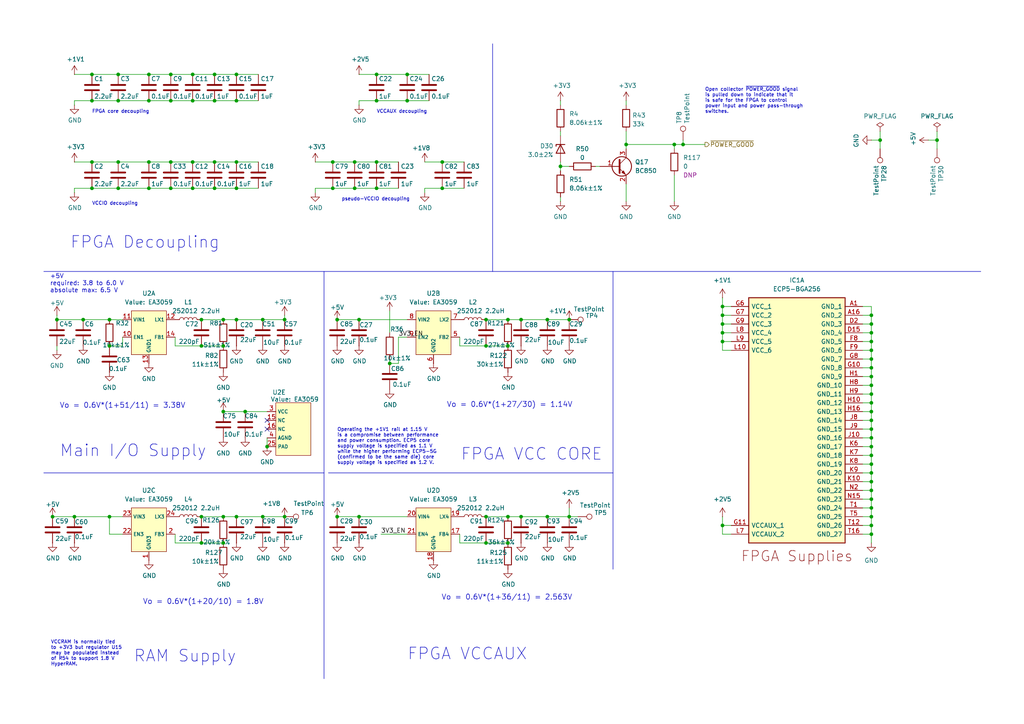
<source format=kicad_sch>
(kicad_sch (version 20231120) (generator "eeschema") (generator_version "8.0")
  (paper "A4")
  (title_block (title "${TITLE}") (date "${DATE}") (rev "${VERSION}") (company "${COPYRIGHT}") (comment 1 "${LICENSE}"))
  (lib_symbols
    (symbol "Connector:TestPoint" (pin_numbers hide) (pin_names (offset 0.762) hide)
      (property "Reference" "TP" (at 0 6.858 0))
      (property "Value" "TestPoint" (at 0 5.08 0))
      (symbol "TestPoint_1_1"
        (pin passive line (at 0 0 90) (length 2.54) (name "1") (number "1"))
      )
    )
    (symbol "Device:C" (pin_numbers hide) (pin_names (offset 0.254))
      (property "Reference" "C" (at 0.635 2.54 0))
      (property "Value" "C" (at 0.635 -2.54 0))
      (symbol "C_1_1"
        (pin passive line (at 0 3.81 270) (length 2.794) (name "~") (number "1"))
        (pin passive line (at 0 -3.81 90) (length 2.794) (name "~") (number "2"))
      )
    )
    (symbol "Device:D_Zener" (pin_numbers hide) (pin_names (offset 1.016) hide)
      (property "Reference" "D" (at 0 2.54 0))
      (property "Value" "D_Zener" (at 0 -2.54 0))
      (symbol "D_Zener_1_1"
        (pin passive line (at -3.81 0 0) (length 2.54) (name "K") (number "1"))
        (pin passive line (at 3.81 0 180) (length 2.54) (name "A") (number "2"))
      )
    )
    (symbol "Device:L" (pin_numbers hide) (pin_names (offset 1.016) hide)
      (property "Reference" "L" (at -1.27 0 90))
      (property "Value" "L" (at 1.905 0 90))
      (symbol "L_1_1"
        (pin passive line (at 0 3.81 270) (length 1.27) (name "1") (number "1"))
        (pin passive line (at 0 -3.81 90) (length 1.27) (name "2") (number "2"))
      )
    )
    (symbol "Device:R" (pin_numbers hide) (pin_names (offset 0))
      (property "Reference" "R" (at 2.032 0 90))
      (property "Value" "R" (at 0 0 90))
      (symbol "R_1_1"
        (pin passive line (at 0 3.81 270) (length 1.27) (name "~") (number "1"))
        (pin passive line (at 0 -3.81 90) (length 1.27) (name "~") (number "2"))
      )
    )
    (symbol "Project:EA3059"
      (property "Reference" "U" (at 0 0 0))
      (property "Value" "EA3059" (at 0 0 0) (show_name))
      (symbol "EA3059_1_1"
        (pin passive line (at 0 -7.62 0) (length 2.54) (name "EN1") (number "10"))
        (pin passive line (at 0 -2.54 0) (length 2.54) (name "VIN1") (number "11"))
        (pin passive line (at 15.24 -2.54 180) (length 2.54) (name "LX1") (number "12"))
        (pin passive line (at 7.62 -15.24 90) (length 2.54) (name "GND1") (number "13"))
        (pin passive line (at 15.24 -7.62 180) (length 2.54) (name "FB1") (number "14"))
      )
      (symbol "EA3059_2_1"
        (pin passive line (at 15.24 -7.62 180) (length 2.54) (name "FB2") (number "5"))
        (pin passive line (at 7.62 -15.24 90) (length 2.54) (name "GND2") (number "6"))
        (pin passive line (at 15.24 -2.54 180) (length 2.54) (name "LX2") (number "7"))
        (pin passive line (at 0 -2.54 0) (length 2.54) (name "VIN2") (number "8"))
        (pin passive line (at 0 -7.62 0) (length 2.54) (name "EN2") (number "9"))
      )
      (symbol "EA3059_3_1"
        (pin passive line (at 7.62 -15.24 90) (length 2.54) (name "GND3") (number "1"))
        (pin passive line (at 15.24 -7.62 180) (length 2.54) (name "FB3") (number "2"))
        (pin passive line (at 0 -7.62 0) (length 2.54) (name "EN3") (number "22"))
        (pin passive line (at 0 -2.54 0) (length 2.54) (name "VIN3") (number "23"))
        (pin passive line (at 15.24 -2.54 180) (length 2.54) (name "LX3") (number "24"))
      )
      (symbol "EA3059_4_1"
        (pin passive line (at 15.24 -7.62 180) (length 2.54) (name "FB4") (number "17"))
        (pin passive line (at 7.62 -15.24 90) (length 2.54) (name "GND4") (number "18"))
        (pin passive line (at 15.24 -2.54 180) (length 2.54) (name "LX4") (number "19"))
        (pin passive line (at 0 -2.54 0) (length 2.54) (name "VIN4") (number "20"))
        (pin passive line (at 0 -7.62 0) (length 2.54) (name "EN4") (number "21"))
      )
      (symbol "EA3059_5_1"
        (pin passive line (at 0 -5.08 0) (length 2.54) (name "NC") (number "15"))
        (pin passive line (at 0 -7.62 0) (length 2.54) (name "NC") (number "16"))
        (pin passive line (at 0 -12.7 0) (length 2.54) (name "PAD") (number "25"))
        (pin passive line (at 0 -2.54 0) (length 2.54) (name "VCC") (number "3"))
        (pin passive line (at 0 -10.16 0) (length 2.54) (name "AGND") (number "4"))
      )
    )
    (symbol "Transistor_BJT:BC850" (pin_names (offset 0) hide)
      (property "Reference" "Q" (at 5.08 1.905 0))
      (property "Value" "BC850" (at 5.08 0 0))
      (symbol "BC850_1_1"
        (pin input line (at -5.08 0 0) (length 5.715) (name "B") (number "1"))
        (pin passive line (at 2.54 -5.08 90) (length 2.54) (name "E") (number "2"))
        (pin passive line (at 2.54 5.08 270) (length 2.54) (name "C") (number "3"))
      )
    )
    (symbol "fpgas_and_processors:ECP5-BGA256" (pin_names (offset 0.762))
      (property "Reference" "IC" (at 1.27 45.72 0))
      (property "Value" "ECP5-BGA256" (at 1.27 43.18 0))
      (symbol "ECP5-BGA256_1_1"
        (text "FPGA Supplies" (at 0 -39.37 0) (effects (font (size 2.9972 2.9972))))
        (pin power_in line (at 19.05 33.02 180) (length 5.08) (name "GND_1") (number "A1"))
        (pin power_in line (at 19.05 30.48 180) (length 5.08) (name "GND_2") (number "A16"))
        (pin power_in line (at 19.05 25.4 180) (length 5.08) (name "GND_4") (number "D15"))
        (pin power_in line (at 19.05 27.94 180) (length 5.08) (name "GND_3") (number "D2"))
        (pin power_in line (at 19.05 22.86 180) (length 5.08) (name "GND_5") (number "F8"))
        (pin power_in line (at 19.05 20.32 180) (length 5.08) (name "GND_6") (number "F9"))
        (pin power_in line (at 19.05 15.24 180) (length 5.08) (name "GND_8") (number "G10"))
        (pin power_in line (at -19.05 -30.48 0) (length 5.08) (name "VCCAUX_1") (number "G11"))
        (pin power_in line (at -19.05 33.02 0) (length 5.08) (name "VCC_1") (number "G6"))
        (pin power_in line (at -19.05 30.48 0) (length 5.08) (name "VCC_2") (number "G7"))
        (pin power_in line (at 19.05 17.78 180) (length 5.08) (name "GND_7") (number "G8"))
        (pin power_in line (at -19.05 27.94 0) (length 5.08) (name "VCC_3") (number "G9"))
        (pin power_in line (at 19.05 12.7 180) (length 5.08) (name "GND_9") (number "H1"))
        (pin power_in line (at 19.05 5.08 180) (length 5.08) (name "GND_12") (number "H10"))
        (pin power_in line (at 19.05 2.54 180) (length 5.08) (name "GND_13") (number "H16"))
        (pin power_in line (at 19.05 10.16 180) (length 5.08) (name "GND_10") (number "H8"))
        (pin power_in line (at 19.05 7.62 180) (length 5.08) (name "GND_11") (number "H9"))
        (pin power_in line (at 19.05 -5.08 180) (length 5.08) (name "GND_16") (number "J10"))
        (pin power_in line (at 19.05 0 180) (length 5.08) (name "GND_14") (number "J8"))
        (pin power_in line (at 19.05 -2.54 180) (length 5.08) (name "GND_15") (number "J9"))
        (pin power_in line (at 19.05 -17.78 180) (length 5.08) (name "GND_21") (number "K10"))
        (pin power_in line (at 19.05 -7.62 180) (length 5.08) (name "GND_17") (number "K6"))
        (pin power_in line (at 19.05 -10.16 180) (length 5.08) (name "GND_18") (number "K7"))
        (pin power_in line (at 19.05 -12.7 180) (length 5.08) (name "GND_19") (number "K8"))
        (pin power_in line (at 19.05 -15.24 180) (length 5.08) (name "GND_20") (number "K9"))
        (pin power_in line (at -19.05 20.32 0) (length 5.08) (name "VCC_6") (number "L10"))
        (pin power_in line (at -19.05 -33.02 0) (length 5.08) (name "VCCAUX_2") (number "L7"))
        (pin power_in line (at -19.05 25.4 0) (length 5.08) (name "VCC_4") (number "L8"))
        (pin power_in line (at -19.05 22.86 0) (length 5.08) (name "VCC_5") (number "L9"))
        (pin power_in line (at 19.05 -22.86 180) (length 5.08) (name "GND_23") (number "N15"))
        (pin power_in line (at 19.05 -20.32 180) (length 5.08) (name "GND_22") (number "N2"))
        (pin power_in line (at 19.05 -25.4 180) (length 5.08) (name "GND_24") (number "T1"))
        (pin power_in line (at 19.05 -30.48 180) (length 5.08) (name "GND_26") (number "T12"))
        (pin power_in line (at 19.05 -33.02 180) (length 5.08) (name "GND_27") (number "T16"))
        (pin power_in line (at 19.05 -27.94 180) (length 5.08) (name "GND_25") (number "T5"))
      )
      (symbol "ECP5-BGA256_2_1"
        (text "Bank 0" (at 0 -35.56 0) (effects (font (size 2.9972 2.9972))))
        (pin bidirectional line (at 13.97 29.21 180) (length 5.08) (name "PT4A") (number "A2"))
        (pin bidirectional line (at 13.97 24.13 180) (length 5.08) (name "PT6A") (number "A3"))
        (pin bidirectional line (at 13.97 21.59 180) (length 5.08) (name "PT6B") (number "A4"))
        (pin bidirectional line (at 13.97 -1.27 180) (length 5.08) (name "PT18A") (number "A5"))
        (pin bidirectional line (at 13.97 -3.81 180) (length 5.08) (name "PT18B") (number "A6"))
        (pin bidirectional line (at 13.97 -26.67 180) (length 5.08) (name "PT29A") (number "A7"))
        (pin bidirectional line (at 13.97 -29.21 180) (length 5.08) (name "PT29B") (number "A8"))
        (pin bidirectional line (at 13.97 26.67 180) (length 5.08) (name "PT4B") (number "B3"))
        (pin bidirectional line (at 13.97 11.43 180) (length 5.08) (name "PT11B") (number "B4"))
        (pin bidirectional line (at 13.97 1.27 180) (length 5.08) (name "PT15B") (number "B5"))
        (pin bidirectional line (at 13.97 -13.97 180) (length 5.08) (name "PT22B") (number "B6"))
        (pin bidirectional line (at 13.97 -24.13 180) (length 5.08) (name "PT27B") (number "B7"))
        (pin bidirectional line (at 13.97 13.97 180) (length 5.08) (name "PT11A") (number "C4"))
        (pin bidirectional line (at 13.97 3.81 180) (length 5.08) (name "PT15A") (number "C5"))
        (pin bidirectional line (at 13.97 -11.43 180) (length 5.08) (name "PT22A") (number "C6"))
        (pin bidirectional line (at 13.97 -21.59 180) (length 5.08) (name "PT27A") (number "C7"))
        (pin bidirectional line (at 13.97 16.51 180) (length 5.08) (name "PT9B") (number "D4"))
        (pin bidirectional line (at 13.97 6.35 180) (length 5.08) (name "PT13B") (number "D5"))
        (pin bidirectional line (at 13.97 -8.89 180) (length 5.08) (name "PT20B") (number "D6"))
        (pin bidirectional line (at 13.97 -19.05 180) (length 5.08) (name "PT24B") (number "D7"))
        (pin bidirectional line (at 13.97 19.05 180) (length 5.08) (name "PT9A") (number "E4"))
        (pin bidirectional line (at 13.97 8.89 180) (length 5.08) (name "PT13A") (number "E5"))
        (pin bidirectional line (at 13.97 -6.35 180) (length 5.08) (name "PT20A") (number "E6"))
        (pin bidirectional line (at 13.97 -16.51 180) (length 5.08) (name "PT24A") (number "E7"))
        (pin power_in line (at -2.54 36.83 270) (length 5.08) (name "VCCIO0_1") (number "F6"))
        (pin power_in line (at -5.08 36.83 270) (length 5.08) (name "VCCIO0_2") (number "F7"))
      )
      (symbol "ECP5-BGA256_3_1"
        (text "Bank 1" (at 0 -45.72 0) (effects (font (size 2.9972 2.9972))))
        (pin bidirectional line (at 13.97 16.51 180) (length 5.08) (name "PT42B") (number "A10"))
        (pin bidirectional line (at 13.97 -6.35 180) (length 5.08) (name "PT53A") (number "A11"))
        (pin bidirectional line (at 13.97 -8.89 180) (length 5.08) (name "PT53B") (number "A12"))
        (pin bidirectional line (at 13.97 -31.75 180) (length 5.08) (name "PT65A") (number "A13"))
        (pin bidirectional line (at 13.97 -34.29 180) (length 5.08) (name "PT65B") (number "A14"))
        (pin bidirectional line (at 13.97 -39.37 180) (length 5.08) (name "PT67B") (number "A15"))
        (pin bidirectional line (at 13.97 19.05 180) (length 5.08) (name "PT42A") (number "A9"))
        (pin bidirectional line (at 13.97 13.97 180) (length 5.08) (name "PT44A") (number "B10"))
        (pin bidirectional line (at 13.97 3.81 180) (length 5.08) (name "PT49A") (number "B11"))
        (pin bidirectional line (at 13.97 -11.43 180) (length 5.08) (name "PT56A") (number "B12"))
        (pin bidirectional line (at 13.97 -21.59 180) (length 5.08) (name "PT60A") (number "B13"))
        (pin bidirectional line (at 13.97 -36.83 180) (length 5.08) (name "PT67A") (number "B14"))
        (pin bidirectional line (at 13.97 31.75 180) (length 5.08) (name "PT35B") (number "B8"))
        (pin bidirectional line (at 13.97 29.21 180) (length 5.08) (name "PT38A") (number "B9"))
        (pin bidirectional line (at 13.97 11.43 180) (length 5.08) (name "PT44B") (number "C10"))
        (pin bidirectional line (at 13.97 1.27 180) (length 5.08) (name "PT49B") (number "C11"))
        (pin bidirectional line (at 13.97 -13.97 180) (length 5.08) (name "PT56B") (number "C12"))
        (pin bidirectional line (at 13.97 -24.13 180) (length 5.08) (name "PT60B") (number "C13"))
        (pin bidirectional line (at 13.97 34.29 180) (length 5.08) (name "PT35A") (number "C8"))
        (pin bidirectional line (at 13.97 26.67 180) (length 5.08) (name "PT38B") (number "C9"))
        (pin bidirectional line (at 13.97 8.89 180) (length 5.08) (name "PT47A") (number "D10"))
        (pin bidirectional line (at 13.97 -1.27 180) (length 5.08) (name "PT51A") (number "D11"))
        (pin bidirectional line (at 13.97 -16.51 180) (length 5.08) (name "PT58A") (number "D12"))
        (pin bidirectional line (at 13.97 -26.67 180) (length 5.08) (name "PT62A") (number "D13"))
        (pin bidirectional line (at 13.97 36.83 180) (length 5.08) (name "PT33B") (number "D8"))
        (pin bidirectional line (at 13.97 24.13 180) (length 5.08) (name "PT40A") (number "D9"))
        (pin bidirectional line (at 13.97 6.35 180) (length 5.08) (name "PT47B") (number "E10"))
        (pin bidirectional line (at 13.97 -3.81 180) (length 5.08) (name "PT51B") (number "E11"))
        (pin bidirectional line (at 13.97 -19.05 180) (length 5.08) (name "PT58B") (number "E12"))
        (pin bidirectional line (at 13.97 -29.21 180) (length 5.08) (name "PT62B") (number "E13"))
        (pin bidirectional line (at 13.97 39.37 180) (length 5.08) (name "PT33A") (number "E8"))
        (pin bidirectional line (at 13.97 21.59 180) (length 5.08) (name "PT40B") (number "E9"))
        (pin power_in line (at -2.54 46.99 270) (length 5.08) (name "VCCIO1_1") (number "F10"))
        (pin power_in line (at -5.08 46.99 270) (length 5.08) (name "VCCIO1_2") (number "F11"))
      )
      (symbol "ECP5-BGA256_4_1"
        (text "Bank 2" (at 0 -45.72 0) (effects (font (size 2.9972 2.9972))))
        (pin bidirectional line (at 13.97 36.83 180) (length 5.08) (name "PR2B") (number "B15"))
        (pin bidirectional line (at 13.97 39.37 180) (length 5.08) (name "PR2A") (number "B16"))
        (pin bidirectional line (at 13.97 34.29 180) (length 5.08) (name "PR2C") (number "C14"))
        (pin bidirectional line (at 13.97 26.67 180) (length 5.08) (name "PR5B") (number "C15"))
        (pin bidirectional line (at 13.97 29.21 180) (length 5.08) (name "PR5A") (number "C16"))
        (pin bidirectional line (at 13.97 31.75 180) (length 5.08) (name "PR2D") (number "D14"))
        (pin bidirectional line (at 13.97 19.05 180) (length 5.08) (name "PR8A") (number "D16"))
        (pin bidirectional line (at 13.97 24.13 180) (length 5.08) (name "PR5C") (number "E14"))
        (pin bidirectional line (at 13.97 16.51 180) (length 5.08) (name "PR8B") (number "E15"))
        (pin bidirectional line (at 13.97 1.27 180) (length 5.08) (name "PR11D") (number "E16"))
        (pin bidirectional line (at 13.97 11.43 180) (length 5.08) (name "PR8D") (number "F12"))
        (pin bidirectional line (at 13.97 13.97 180) (length 5.08) (name "PR8C") (number "F13"))
        (pin bidirectional line (at 13.97 21.59 180) (length 5.08) (name "PR5D") (number "F14"))
        (pin bidirectional line (at 13.97 3.81 180) (length 5.08) (name "PR11C") (number "F15"))
        (pin bidirectional line (at 13.97 -1.27 180) (length 5.08) (name "PR14A") (number "F16"))
        (pin bidirectional line (at 13.97 8.89 180) (length 5.08) (name "PR11A") (number "G12"))
        (pin bidirectional line (at 13.97 6.35 180) (length 5.08) (name "PR11B") (number "G13"))
        (pin bidirectional line (at 13.97 -6.35 180) (length 5.08) (name "PR14C") (number "G14"))
        (pin bidirectional line (at 13.97 -3.81 180) (length 5.08) (name "PR14B") (number "G15"))
        (pin bidirectional line (at 13.97 -21.59 180) (length 5.08) (name "PR20A") (number "G16"))
        (pin power_in line (at -5.08 46.99 270) (length 5.08) (name "VCCIO2_1") (number "H11"))
        (pin bidirectional line (at 13.97 -11.43 180) (length 5.08) (name "PR17A") (number "H12"))
        (pin bidirectional line (at 13.97 -13.97 180) (length 5.08) (name "PR17B") (number "H13"))
        (pin bidirectional line (at 13.97 -8.89 180) (length 5.08) (name "PR14D") (number "H14"))
        (pin bidirectional line (at 13.97 -24.13 180) (length 5.08) (name "PR20B") (number "H15"))
        (pin power_in line (at -2.54 46.99 270) (length 5.08) (name "VCCIO2_2") (number "J11"))
        (pin bidirectional line (at 13.97 -19.05 180) (length 5.08) (name "PR17D") (number "J12"))
        (pin bidirectional line (at 13.97 -16.51 180) (length 5.08) (name "PR17C") (number "J13"))
        (pin bidirectional line (at 13.97 -26.67 180) (length 5.08) (name "PR20C") (number "J14"))
        (pin bidirectional line (at 13.97 -34.29 180) (length 5.08) (name "PR23B") (number "J15"))
        (pin bidirectional line (at 13.97 -31.75 180) (length 5.08) (name "PR23A") (number "J16"))
        (pin bidirectional line (at 13.97 -29.21 180) (length 5.08) (name "PR20D") (number "K14"))
        (pin bidirectional line (at 13.97 -39.37 180) (length 5.08) (name "PR23D") (number "K15"))
        (pin bidirectional line (at 13.97 -36.83 180) (length 5.08) (name "PR23C") (number "K16"))
      )
      (symbol "ECP5-BGA256_5_1"
        (text "Bank 3" (at 0 -45.72 0) (effects (font (size 2.9972 2.9972))))
        (pin power_in line (at -5.08 46.99 270) (length 5.08) (name "VCCIO3_1") (number "K11"))
        (pin bidirectional line (at 13.97 26.67 180) (length 5.08) (name "PR29B") (number "K12"))
        (pin bidirectional line (at 13.97 29.21 180) (length 5.08) (name "PR29A") (number "K13"))
        (pin power_in line (at -2.54 46.99 270) (length 5.08) (name "VCCIO3_2") (number "L11"))
        (pin bidirectional line (at 13.97 21.59 180) (length 5.08) (name "PR29D") (number "L12"))
        (pin bidirectional line (at 13.97 24.13 180) (length 5.08) (name "PR29C") (number "L13"))
        (pin bidirectional line (at 13.97 13.97 180) (length 5.08) (name "PR32C") (number "L14"))
        (pin bidirectional line (at 13.97 36.83 180) (length 5.08) (name "PR26B") (number "L15"))
        (pin bidirectional line (at 13.97 39.37 180) (length 5.08) (name "PR26A") (number "L16"))
        (pin bidirectional line (at 13.97 -31.75 180) (length 5.08) (name "PR47A") (number "M11"))
        (pin bidirectional line (at 13.97 -26.67 180) (length 5.08) (name "PR44C") (number "M12"))
        (pin bidirectional line (at 13.97 3.81 180) (length 5.08) (name "PR35C") (number "M13"))
        (pin bidirectional line (at 13.97 11.43 180) (length 5.08) (name "PR32D") (number "M14"))
        (pin bidirectional line (at 13.97 31.75 180) (length 5.08) (name "PR26D") (number "M15"))
        (pin bidirectional line (at 13.97 34.29 180) (length 5.08) (name "PR26C") (number "M16"))
        (pin bidirectional line (at 13.97 -34.29 180) (length 5.08) (name "PR47B") (number "N11"))
        (pin bidirectional line (at 13.97 -29.21 180) (length 5.08) (name "PR44D") (number "N12"))
        (pin bidirectional line (at 13.97 -1.27 180) (length 5.08) (name "PR38A") (number "N13"))
        (pin bidirectional line (at 13.97 1.27 180) (length 5.08) (name "PR35D") (number "N14"))
        (pin bidirectional line (at 13.97 19.05 180) (length 5.08) (name "PR32A") (number "N16"))
        (pin bidirectional line (at 13.97 -36.83 180) (length 5.08) (name "PR47C") (number "P11"))
        (pin bidirectional line (at 13.97 -39.37 180) (length 5.08) (name "PR47D") (number "P12"))
        (pin bidirectional line (at 13.97 -11.43 180) (length 5.08) (name "PR41A") (number "P13"))
        (pin bidirectional line (at 13.97 -3.81 180) (length 5.08) (name "PR38B") (number "P14"))
        (pin bidirectional line (at 13.97 16.51 180) (length 5.08) (name "PR32B") (number "P15"))
        (pin bidirectional line (at 13.97 8.89 180) (length 5.08) (name "PR35A") (number "P16"))
        (pin bidirectional line (at 13.97 -21.59 180) (length 5.08) (name "PR44A") (number "R12"))
        (pin bidirectional line (at 13.97 -16.51 180) (length 5.08) (name "PR41C") (number "R13"))
        (pin bidirectional line (at 13.97 -13.97 180) (length 5.08) (name "PR41B") (number "R14"))
        (pin bidirectional line (at 13.97 -6.35 180) (length 5.08) (name "PR38C") (number "R15"))
        (pin bidirectional line (at 13.97 6.35 180) (length 5.08) (name "PR35B") (number "R16"))
        (pin bidirectional line (at 13.97 -24.13 180) (length 5.08) (name "PR44B") (number "T13"))
        (pin bidirectional line (at 13.97 -19.05 180) (length 5.08) (name "PR41D") (number "T14"))
        (pin bidirectional line (at 13.97 -8.89 180) (length 5.08) (name "PR38D") (number "T15"))
      )
      (symbol "ECP5-BGA256_6_1"
        (text "Bank 6" (at 0 -45.72 0) (effects (font (size 2.9972 2.9972))))
        (pin power_in line (at -5.08 46.99 270) (length 5.08) (name "VCCIO6_1") (number "J6"))
        (pin power_in line (at -2.54 46.99 270) (length 5.08) (name "VCCIO6_2") (number "J7"))
        (pin bidirectional line (at 13.97 29.21 180) (length 5.08) (name "PL29A") (number "K4"))
        (pin bidirectional line (at 13.97 26.67 180) (length 5.08) (name "PL29B") (number "K5"))
        (pin bidirectional line (at 13.97 39.37 180) (length 5.08) (name "PL26A") (number "L1"))
        (pin bidirectional line (at 13.97 36.83 180) (length 5.08) (name "PL26B") (number "L2"))
        (pin bidirectional line (at 13.97 13.97 180) (length 5.08) (name "PL32C") (number "L3"))
        (pin bidirectional line (at 13.97 24.13 180) (length 5.08) (name "PL29C") (number "L4"))
        (pin bidirectional line (at 13.97 21.59 180) (length 5.08) (name "PL29D") (number "L5"))
        (pin bidirectional line (at 13.97 34.29 180) (length 5.08) (name "PL26C") (number "M1"))
        (pin bidirectional line (at 13.97 31.75 180) (length 5.08) (name "PL26D") (number "M2"))
        (pin bidirectional line (at 13.97 11.43 180) (length 5.08) (name "PL32D") (number "M3"))
        (pin bidirectional line (at 13.97 3.81 180) (length 5.08) (name "PL35C") (number "M4"))
        (pin bidirectional line (at 13.97 -16.51 180) (length 5.08) (name "PL44C") (number "M5"))
        (pin bidirectional line (at 13.97 -31.75 180) (length 5.08) (name "PL47A") (number "M6"))
        (pin bidirectional line (at 13.97 19.05 180) (length 5.08) (name "PL32A") (number "N1"))
        (pin bidirectional line (at 13.97 1.27 180) (length 5.08) (name "PL35D") (number "N3"))
        (pin bidirectional line (at 13.97 -1.27 180) (length 5.08) (name "PL38A") (number "N4"))
        (pin bidirectional line (at 13.97 -19.05 180) (length 5.08) (name "PL44D") (number "N5"))
        (pin bidirectional line (at 13.97 -34.29 180) (length 5.08) (name "PL47B") (number "N6"))
        (pin bidirectional line (at 13.97 8.89 180) (length 5.08) (name "PL35A") (number "P1"))
        (pin bidirectional line (at 13.97 16.51 180) (length 5.08) (name "PL32B") (number "P2"))
        (pin bidirectional line (at 13.97 -3.81 180) (length 5.08) (name "PL38B") (number "P3"))
        (pin bidirectional line (at 13.97 -21.59 180) (length 5.08) (name "PL41A") (number "P4"))
        (pin bidirectional line (at 13.97 -36.83 180) (length 5.08) (name "PL47D") (number "P5"))
        (pin bidirectional line (at 13.97 -39.37 180) (length 5.08) (name "PL47C") (number "P6"))
        (pin bidirectional line (at 13.97 6.35 180) (length 5.08) (name "PL35B") (number "R1"))
        (pin bidirectional line (at 13.97 -6.35 180) (length 5.08) (name "PL38C") (number "R2"))
        (pin bidirectional line (at 13.97 -24.13 180) (length 5.08) (name "PL41B") (number "R3"))
        (pin bidirectional line (at 13.97 -26.67 180) (length 5.08) (name "PL41C") (number "R4"))
        (pin bidirectional line (at 13.97 -11.43 180) (length 5.08) (name "PL44A") (number "R5"))
        (pin bidirectional line (at 13.97 -8.89 180) (length 5.08) (name "PL38D") (number "T2"))
        (pin bidirectional line (at 13.97 -29.21 180) (length 5.08) (name "PL41D") (number "T3"))
        (pin bidirectional line (at 13.97 -13.97 180) (length 5.08) (name "PL44B") (number "T4"))
      )
      (symbol "ECP5-BGA256_7_1"
        (text "Bank 7" (at 0 -45.72 0) (effects (font (size 2.9972 2.9972))))
        (pin bidirectional line (at 13.97 39.37 180) (length 5.08) (name "PL2A") (number "B1"))
        (pin bidirectional line (at 13.97 36.83 180) (length 5.08) (name "PL2B") (number "B2"))
        (pin bidirectional line (at 13.97 29.21 180) (length 5.08) (name "PL5A") (number "C1"))
        (pin bidirectional line (at 13.97 26.67 180) (length 5.08) (name "PL5B") (number "C2"))
        (pin bidirectional line (at 13.97 34.29 180) (length 5.08) (name "PL2C") (number "C3"))
        (pin bidirectional line (at 13.97 19.05 180) (length 5.08) (name "PL8A") (number "D1"))
        (pin bidirectional line (at 13.97 31.75 180) (length 5.08) (name "PL2D") (number "D3"))
        (pin bidirectional line (at 13.97 1.27 180) (length 5.08) (name "PL11D") (number "E1"))
        (pin bidirectional line (at 13.97 16.51 180) (length 5.08) (name "PL8B") (number "E2"))
        (pin bidirectional line (at 13.97 24.13 180) (length 5.08) (name "PL5C") (number "E3"))
        (pin bidirectional line (at 13.97 -1.27 180) (length 5.08) (name "PL14A") (number "F1"))
        (pin bidirectional line (at 13.97 3.81 180) (length 5.08) (name "PL11C") (number "F2"))
        (pin bidirectional line (at 13.97 21.59 180) (length 5.08) (name "PL5D") (number "F3"))
        (pin bidirectional line (at 13.97 13.97 180) (length 5.08) (name "PL8C") (number "F4"))
        (pin bidirectional line (at 13.97 11.43 180) (length 5.08) (name "PL8D") (number "F5"))
        (pin bidirectional line (at 13.97 -21.59 180) (length 5.08) (name "PL20A") (number "G1"))
        (pin bidirectional line (at 13.97 -3.81 180) (length 5.08) (name "PL14B") (number "G2"))
        (pin bidirectional line (at 13.97 -6.35 180) (length 5.08) (name "PL14C") (number "G3"))
        (pin bidirectional line (at 13.97 6.35 180) (length 5.08) (name "PL11B") (number "G4"))
        (pin bidirectional line (at 13.97 8.89 180) (length 5.08) (name "PL11A") (number "G5"))
        (pin bidirectional line (at 13.97 -24.13 180) (length 5.08) (name "PL20B") (number "H2"))
        (pin bidirectional line (at 13.97 -8.89 180) (length 5.08) (name "PL14D") (number "H3"))
        (pin bidirectional line (at 13.97 -13.97 180) (length 5.08) (name "PL17B") (number "H4"))
        (pin bidirectional line (at 13.97 -11.43 180) (length 5.08) (name "PL17A") (number "H5"))
        (pin power_in line (at -2.54 46.99 270) (length 5.08) (name "VCCIO7_1") (number "H6"))
        (pin power_in line (at -5.08 46.99 270) (length 5.08) (name "VCCIO7_2") (number "H7"))
        (pin bidirectional line (at 13.97 -31.75 180) (length 5.08) (name "PL23A") (number "J1"))
        (pin bidirectional line (at 13.97 -34.29 180) (length 5.08) (name "PL23B") (number "J2"))
        (pin bidirectional line (at 13.97 -26.67 180) (length 5.08) (name "PL20C") (number "J3"))
        (pin bidirectional line (at 13.97 -16.51 180) (length 5.08) (name "PL17C") (number "J4"))
        (pin bidirectional line (at 13.97 -19.05 180) (length 5.08) (name "PL17D") (number "J5"))
        (pin bidirectional line (at 13.97 -36.83 180) (length 5.08) (name "PL23C") (number "K1"))
        (pin bidirectional line (at 13.97 -39.37 180) (length 5.08) (name "PL23D") (number "K2"))
        (pin bidirectional line (at 13.97 -29.21 180) (length 5.08) (name "PL20D") (number "K3"))
      )
      (symbol "ECP5-BGA256_8_0"
        (text "Bank 8 (Config)" (at 0 -43.18 0) (effects (font (size 2.9972 2.9972))))
      )
      (symbol "ECP5-BGA256_8_1"
        (pin power_in line (at -10.16 44.45 270) (length 5.08) (name "VCCIO8") (number "L6"))
        (pin output line (at 20.32 -8.89 180) (length 5.08) (name "TDO") (number "M10"))
        (pin bidirectional line (at 20.32 24.13 180) (length 5.08) (name "D2/IO2/PB9B") (number "M7"))
        (pin bidirectional line (at 20.32 8.89 180) (length 5.08) (name "DOUT/~{CSO}/PB15B") (number "M8"))
        (pin bidirectional line (at 20.32 6.35 180) (length 5.08) (name "~{WRITE}/PB18A") (number "M9"))
        (pin input line (at 20.32 -20.32 180) (length 5.08) (name "CFG0") (number "N10"))
        (pin bidirectional line (at 20.32 26.67 180) (length 5.08) (name "D3/IO3/PB9A") (number "N7"))
        (pin bidirectional line (at 20.32 11.43 180) (length 5.08) (name "~{HOLD}/DI/BUSY/~{CSSPI}/PB15A") (number "N8"))
        (pin bidirectional line (at 20.32 -15.24 180) (length 5.08) (name "MCLK/CCLK") (number "N9"))
        (pin input line (at 20.32 -22.86 180) (length 5.08) (name "CFG1") (number "P10"))
        (pin bidirectional line (at 20.32 29.21 180) (length 5.08) (name "D4/PICO2/PB6B") (number "P7"))
        (pin bidirectional line (at 20.32 13.97 180) (length 5.08) (name "~{CS1}/PB13B") (number "P8"))
        (pin bidirectional line (at 20.32 -31.75 180) (length 5.08) (name "DONE") (number "P9"))
        (pin input line (at 20.32 -25.4 180) (length 5.08) (name "CFG2") (number "R10"))
        (pin input line (at 20.32 -6.35 180) (length 5.08) (name "TDI") (number "R11"))
        (pin bidirectional line (at 20.32 34.29 180) (length 5.08) (name "D6/PB4B") (number "R6"))
        (pin bidirectional line (at 20.32 31.75 180) (length 5.08) (name "D5/POCI2/PB6A") (number "R7"))
        (pin bidirectional line (at 20.32 16.51 180) (length 5.08) (name "~{CS}/~{S}/PB13A") (number "R8"))
        (pin bidirectional line (at 20.32 -36.83 180) (length 5.08) (name "~{PROGRAM}") (number "R9"))
        (pin input line (at 20.32 -3.81 180) (length 5.08) (name "TCK") (number "T10"))
        (pin input line (at 20.32 -1.27 180) (length 5.08) (name "TMS") (number "T11"))
        (pin bidirectional line (at 20.32 36.83 180) (length 5.08) (name "D7/PB4A") (number "T6"))
        (pin bidirectional line (at 20.32 21.59 180) (length 5.08) (name "D1/POCI/IO1/PB11A") (number "T7"))
        (pin bidirectional line (at 20.32 19.05 180) (length 5.08) (name "D0/PICO/IO0/PB11B") (number "T8"))
        (pin bidirectional line (at 20.32 -34.29 180) (length 5.08) (name "~{INIT}") (number "T9"))
      )
    )
    (symbol "power:+1V1" (power) (pin_numbers hide) (pin_names (offset 0) hide)
      (property "Value" "+1V1" (at 0 3.556 0))
      (symbol "+1V1_1_1"
        (pin power_in line (at 0 0 90) (length 0) (name "~") (number "1"))
      )
    )
    (symbol "power:+2V5" (power) (pin_numbers hide) (pin_names (offset 0) hide)
      (property "Value" "+2V5" (at 0 3.556 0))
      (symbol "+2V5_1_1"
        (pin power_in line (at 0 0 90) (length 0) (name "~") (number "1"))
      )
    )
    (symbol "power:+3V3" (power) (pin_numbers hide) (pin_names (offset 0) hide)
      (property "Value" "+3V3" (at 0 3.556 0))
      (symbol "+3V3_1_1"
        (pin power_in line (at 0 0 90) (length 0) (name "~") (number "1"))
      )
    )
    (symbol "power:+5V" (power) (pin_numbers hide) (pin_names (offset 0) hide)
      (property "Value" "+5V" (at 0 3.556 0))
      (symbol "+5V_1_1"
        (pin power_in line (at 0 0 90) (length 0) (name "~") (number "1"))
      )
    )
    (symbol "power:GND" (power) (pin_numbers hide) (pin_names (offset 0) hide)
      (property "Value" "GND" (at 0 -3.81 0))
      (symbol "GND_1_1"
        (pin power_in line (at 0 0 270) (length 0) (name "~") (number "1"))
      )
    )
    (symbol "power:PWR_FLAG" (power) (pin_numbers hide) (pin_names (offset 0) hide)
      (property "Value" "PWR_FLAG" (at 0 3.81 0))
      (symbol "PWR_FLAG_0_0"
        (pin power_out line (at 0 0 90) (length 0) (name "~") (number "1"))
      )
    )
    (symbol "support_hardware:VCCRAM" (power) (pin_names (offset 0))
      (property "Value" "VCCRAM" (at 0 3.81 0))
      (symbol "VCCRAM_1_1"
        (pin power_in line (at 0 0 90) (length 0) hide (name "VCCRAM") (number "1"))
      )
    )
  )
  (junction (at 102.87 54.61))
  (junction (at 68.58 29.21))
  (junction (at 158.75 92.71))
  (junction (at 76.2 149.86))
  (junction (at 252.73 114.3))
  (junction (at 140.97 100.33))
  (junction (at 209.55 96.52))
  (junction (at 271.78 40.64))
  (junction (at 252.73 154.94))
  (junction (at 68.58 21.59))
  (junction (at 62.23 21.59))
  (junction (at 128.27 46.99))
  (junction (at 64.77 157.48))
  (junction (at 58.42 157.48))
  (junction (at 252.73 147.32))
  (junction (at 16.51 92.71))
  (junction (at 165.1 149.86))
  (junction (at 209.55 99.06))
  (junction (at 58.42 100.33))
  (junction (at 252.73 106.68))
  (junction (at 252.73 139.7))
  (junction (at 26.67 21.59))
  (junction (at 62.23 54.61))
  (junction (at 15.24 149.86))
  (junction (at 24.13 92.71))
  (junction (at 252.73 124.46))
  (junction (at 209.55 152.4))
  (junction (at 151.13 92.71))
  (junction (at 181.61 41.91))
  (junction (at 49.53 46.99))
  (junction (at 26.67 54.61))
  (junction (at 97.79 92.71))
  (junction (at 209.55 88.9))
  (junction (at 43.18 21.59))
  (junction (at 58.42 149.86))
  (junction (at 252.73 142.24))
  (junction (at 109.22 46.99))
  (junction (at 49.53 29.21))
  (junction (at 252.73 129.54))
  (junction (at 71.12 119.38))
  (junction (at 26.67 46.99))
  (junction (at 64.77 100.33))
  (junction (at 252.73 104.14))
  (junction (at 158.75 149.86))
  (junction (at 252.73 132.08))
  (junction (at 64.77 92.71))
  (junction (at 252.73 91.44))
  (junction (at 55.88 54.61))
  (junction (at 21.59 149.86))
  (junction (at 34.29 46.99))
  (junction (at 68.58 92.71))
  (junction (at 252.73 144.78))
  (junction (at 147.32 100.33))
  (junction (at 140.97 157.48))
  (junction (at 55.88 21.59))
  (junction (at 31.75 100.33))
  (junction (at 77.47 129.54))
  (junction (at 43.18 54.61))
  (junction (at 195.58 41.91))
  (junction (at 104.14 149.86))
  (junction (at 49.53 54.61))
  (junction (at 151.13 149.86))
  (junction (at 209.55 93.98))
  (junction (at 31.75 149.86))
  (junction (at 68.58 46.99))
  (junction (at 165.1 92.71))
  (junction (at 252.73 96.52))
  (junction (at 252.73 137.16))
  (junction (at 64.77 119.38))
  (junction (at 43.18 46.99))
  (junction (at 49.53 21.59))
  (junction (at 55.88 29.21))
  (junction (at 34.29 54.61))
  (junction (at 140.97 92.71))
  (junction (at 252.73 99.06))
  (junction (at 34.29 21.59))
  (junction (at 252.73 116.84))
  (junction (at 252.73 119.38))
  (junction (at 162.56 48.26))
  (junction (at 252.73 149.86))
  (junction (at 55.88 46.99))
  (junction (at 96.52 54.61))
  (junction (at 68.58 54.61))
  (junction (at 113.03 105.41))
  (junction (at 76.2 92.71))
  (junction (at 96.52 46.99))
  (junction (at 104.14 92.71))
  (junction (at 252.73 127))
  (junction (at 147.32 157.48))
  (junction (at 252.73 152.4))
  (junction (at 252.73 111.76))
  (junction (at 118.11 29.21))
  (junction (at 58.42 92.71))
  (junction (at 68.58 149.86))
  (junction (at 62.23 46.99))
  (junction (at 118.11 21.59))
  (junction (at 252.73 121.92))
  (junction (at 147.32 149.86))
  (junction (at 26.67 29.21))
  (junction (at 109.22 21.59))
  (junction (at 31.75 92.71))
  (junction (at 34.29 29.21))
  (junction (at 255.27 40.64))
  (junction (at 82.55 149.86))
  (junction (at 109.22 54.61))
  (junction (at 147.32 92.71))
  (junction (at 43.18 29.21))
  (junction (at 252.73 109.22))
  (junction (at 109.22 29.21))
  (junction (at 128.27 54.61))
  (junction (at 252.73 93.98))
  (junction (at 252.73 101.6))
  (junction (at 102.87 46.99))
  (junction (at 252.73 134.62))
  (junction (at 140.97 149.86))
  (junction (at 97.79 149.86))
  (junction (at 64.77 149.86))
  (junction (at 62.23 29.21))
  (junction (at 82.55 92.71))
  (junction (at 209.55 91.44))
  (junction (at 198.12 41.91))
  (no_connect (at 77.47 121.92))
  (no_connect (at 77.47 124.46))
  (wire (pts (xy 250.19 127) (xy 252.73 127)))
  (wire (pts (xy 91.44 46.99) (xy 96.52 46.99)))
  (wire (pts (xy 110.49 154.94) (xy 118.11 154.94)))
  (wire (pts (xy 250.19 137.16) (xy 252.73 137.16)))
  (wire (pts (xy 31.75 92.71) (xy 35.56 92.71)))
  (wire (pts (xy 209.55 101.6) (xy 212.09 101.6)))
  (wire (pts (xy 68.58 29.21) (xy 62.23 29.21)))
  (wire (pts (xy 195.58 43.18) (xy 195.58 41.91)))
  (wire (pts (xy 209.55 91.44) (xy 209.55 93.98)))
  (wire (pts (xy 134.62 54.61) (xy 128.27 54.61)))
  (wire (pts (xy 252.73 119.38) (xy 252.73 121.92)))
  (wire (pts (xy 212.09 96.52) (xy 209.55 96.52)))
  (wire (pts (xy 209.55 99.06) (xy 209.55 101.6)))
  (wire (pts (xy 133.35 100.33) (xy 140.97 100.33)))
  (wire (pts (xy 195.58 41.91) (xy 198.12 41.91)))
  (wire (pts (xy 271.78 43.18) (xy 271.78 40.64)))
  (wire (pts (xy 68.58 46.99) (xy 74.93 46.99)))
  (wire (pts (xy 252.73 124.46) (xy 252.73 127)))
  (wire (pts (xy 252.73 106.68) (xy 252.73 109.22)))
  (wire (pts (xy 250.19 134.62) (xy 252.73 134.62)))
  (wire (pts (xy 158.75 149.86) (xy 165.1 149.86)))
  (wire (pts (xy 250.19 111.76) (xy 252.73 111.76)))
  (wire (pts (xy 113.03 90.17) (xy 113.03 96.52)))
  (wire (pts (xy 252.73 147.32) (xy 252.73 149.86)))
  (wire (pts (xy 16.51 100.33) (xy 16.51 101.6)))
  (wire (pts (xy 71.12 119.38) (xy 77.47 119.38)))
  (wire (pts (xy 250.19 114.3) (xy 252.73 114.3)))
  (wire (pts (xy 209.55 149.86) (xy 209.55 152.4)))
  (wire (pts (xy 115.57 97.79) (xy 118.11 97.79)))
  (wire (pts (xy 252.73 101.6) (xy 252.73 104.14)))
  (wire (pts (xy 252.73 149.86) (xy 252.73 152.4)))
  (wire (pts (xy 212.09 99.06) (xy 209.55 99.06)))
  (wire (pts (xy 26.67 54.61) (xy 34.29 54.61)))
  (wire (pts (xy 250.19 119.38) (xy 252.73 119.38)))
  (polyline (pts (xy 93.98 78.74) (xy 93.98 196.85)))
  (wire (pts (xy 109.22 29.21) (xy 104.14 29.21)))
  (wire (pts (xy 64.77 149.86) (xy 68.58 149.86)))
  (wire (pts (xy 123.19 46.99) (xy 128.27 46.99)))
  (wire (pts (xy 62.23 21.59) (xy 68.58 21.59)))
  (wire (pts (xy 140.97 92.71) (xy 147.32 92.71)))
  (wire (pts (xy 252.73 142.24) (xy 252.73 144.78)))
  (wire (pts (xy 162.56 38.1) (xy 162.56 39.37)))
  (wire (pts (xy 97.79 92.71) (xy 104.14 92.71)))
  (wire (pts (xy 104.14 149.86) (xy 118.11 149.86)))
  (wire (pts (xy 58.42 157.48) (xy 64.77 157.48)))
  (wire (pts (xy 212.09 152.4) (xy 209.55 152.4)))
  (wire (pts (xy 212.09 91.44) (xy 209.55 91.44)))
  (wire (pts (xy 68.58 149.86) (xy 76.2 149.86)))
  (wire (pts (xy 104.14 29.21) (xy 104.14 30.48)))
  (wire (pts (xy 255.27 40.64) (xy 255.27 38.1)))
  (wire (pts (xy 76.2 149.86) (xy 82.55 149.86)))
  (wire (pts (xy 68.58 54.61) (xy 62.23 54.61)))
  (wire (pts (xy 162.56 57.15) (xy 162.56 58.42)))
  (wire (pts (xy 151.13 92.71) (xy 158.75 92.71)))
  (wire (pts (xy 104.14 92.71) (xy 118.11 92.71)))
  (wire (pts (xy 133.35 154.94) (xy 133.35 157.48)))
  (wire (pts (xy 50.8 154.94) (xy 50.8 157.48)))
  (wire (pts (xy 252.73 99.06) (xy 252.73 101.6)))
  (wire (pts (xy 172.72 48.26) (xy 173.99 48.26)))
  (wire (pts (xy 250.19 142.24) (xy 252.73 142.24)))
  (wire (pts (xy 250.19 116.84) (xy 252.73 116.84)))
  (wire (pts (xy 250.19 99.06) (xy 252.73 99.06)))
  (wire (pts (xy 252.73 139.7) (xy 252.73 142.24)))
  (wire (pts (xy 250.19 124.46) (xy 252.73 124.46)))
  (wire (pts (xy 181.61 41.91) (xy 195.58 41.91)))
  (wire (pts (xy 118.11 21.59) (xy 124.46 21.59)))
  (wire (pts (xy 26.67 46.99) (xy 34.29 46.99)))
  (wire (pts (xy 181.61 38.1) (xy 181.61 41.91)))
  (wire (pts (xy 162.56 48.26) (xy 165.1 48.26)))
  (wire (pts (xy 76.2 92.71) (xy 82.55 92.71)))
  (wire (pts (xy 113.03 105.41) (xy 113.03 104.14)))
  (wire (pts (xy 181.61 30.48) (xy 181.61 29.21)))
  (wire (pts (xy 250.19 139.7) (xy 252.73 139.7)))
  (wire (pts (xy 252.73 109.22) (xy 252.73 111.76)))
  (wire (pts (xy 252.73 129.54) (xy 252.73 132.08)))
  (wire (pts (xy 250.19 144.78) (xy 252.73 144.78)))
  (polyline (pts (xy 12.7 78.74) (xy 284.48 78.74)))
  (wire (pts (xy 252.73 144.78) (xy 252.73 147.32)))
  (wire (pts (xy 147.32 92.71) (xy 151.13 92.71)))
  (wire (pts (xy 62.23 29.21) (xy 55.88 29.21)))
  (wire (pts (xy 21.59 149.86) (xy 31.75 149.86)))
  (wire (pts (xy 58.42 100.33) (xy 64.77 100.33)))
  (wire (pts (xy 209.55 154.94) (xy 209.55 152.4)))
  (wire (pts (xy 271.78 40.64) (xy 271.78 38.1)))
  (wire (pts (xy 58.42 92.71) (xy 64.77 92.71)))
  (wire (pts (xy 62.23 46.99) (xy 68.58 46.99)))
  (wire (pts (xy 250.19 96.52) (xy 252.73 96.52)))
  (wire (pts (xy 252.73 152.4) (xy 252.73 154.94)))
  (wire (pts (xy 181.61 53.34) (xy 181.61 58.42)))
  (wire (pts (xy 109.22 29.21) (xy 118.11 29.21)))
  (polyline (pts (xy 95.25 137.16) (xy 177.8 137.16)))
  (wire (pts (xy 140.97 149.86) (xy 147.32 149.86)))
  (wire (pts (xy 250.19 149.86) (xy 252.73 149.86)))
  (wire (pts (xy 158.75 92.71) (xy 165.1 92.71)))
  (wire (pts (xy 50.8 97.79) (xy 50.8 100.33)))
  (wire (pts (xy 252.73 93.98) (xy 252.73 96.52)))
  (wire (pts (xy 212.09 154.94) (xy 209.55 154.94)))
  (polyline (pts (xy 93.98 137.16) (xy 12.7 137.16)))
  (wire (pts (xy 58.42 149.86) (xy 64.77 149.86)))
  (wire (pts (xy 109.22 46.99) (xy 115.57 46.99)))
  (wire (pts (xy 250.19 129.54) (xy 252.73 129.54)))
  (wire (pts (xy 43.18 21.59) (xy 49.53 21.59)))
  (wire (pts (xy 64.77 119.38) (xy 71.12 119.38)))
  (wire (pts (xy 209.55 96.52) (xy 209.55 99.06)))
  (wire (pts (xy 24.13 92.71) (xy 31.75 92.71)))
  (polyline (pts (xy 142.875 78.74) (xy 142.875 12.7)))
  (wire (pts (xy 133.35 157.48) (xy 140.97 157.48)))
  (wire (pts (xy 16.51 92.71) (xy 24.13 92.71)))
  (wire (pts (xy 250.19 106.68) (xy 252.73 106.68)))
  (wire (pts (xy 123.19 55.88) (xy 123.19 54.61)))
  (wire (pts (xy 252.73 121.92) (xy 252.73 124.46)))
  (polyline (pts (xy 177.8 78.74) (xy 177.8 165.1)))
  (wire (pts (xy 252.73 114.3) (xy 252.73 116.84)))
  (wire (pts (xy 198.12 41.91) (xy 198.12 40.64)))
  (wire (pts (xy 162.56 29.21) (xy 162.56 30.48)))
  (wire (pts (xy 181.61 43.18) (xy 181.61 41.91)))
  (wire (pts (xy 252.73 132.08) (xy 252.73 134.62)))
  (wire (pts (xy 91.44 54.61) (xy 91.44 55.88)))
  (wire (pts (xy 250.19 147.32) (xy 252.73 147.32)))
  (wire (pts (xy 113.03 105.41) (xy 115.57 105.41)))
  (wire (pts (xy 252.73 137.16) (xy 252.73 139.7)))
  (wire (pts (xy 252.73 134.62) (xy 252.73 137.16)))
  (wire (pts (xy 162.56 46.99) (xy 162.56 48.26)))
  (wire (pts (xy 26.67 29.21) (xy 21.59 29.21)))
  (wire (pts (xy 212.09 88.9) (xy 209.55 88.9)))
  (wire (pts (xy 115.57 97.79) (xy 115.57 105.41)))
  (wire (pts (xy 162.56 48.26) (xy 162.56 49.53)))
  (wire (pts (xy 21.59 21.59) (xy 26.67 21.59)))
  (wire (pts (xy 21.59 46.99) (xy 26.67 46.99)))
  (wire (pts (xy 195.58 50.8) (xy 195.58 58.42)))
  (wire (pts (xy 252.73 127) (xy 252.73 129.54)))
  (wire (pts (xy 250.19 121.92) (xy 252.73 121.92)))
  (wire (pts (xy 31.75 149.86) (xy 35.56 149.86)))
  (wire (pts (xy 64.77 92.71) (xy 68.58 92.71)))
  (wire (pts (xy 151.13 149.86) (xy 158.75 149.86)))
  (wire (pts (xy 50.8 157.48) (xy 58.42 157.48)))
  (wire (pts (xy 55.88 29.21) (xy 49.53 29.21)))
  (wire (pts (xy 252.73 104.14) (xy 252.73 106.68)))
  (wire (pts (xy 96.52 54.61) (xy 91.44 54.61)))
  (wire (pts (xy 26.67 54.61) (xy 21.59 54.61)))
  (wire (pts (xy 209.55 88.9) (xy 209.55 91.44)))
  (wire (pts (xy 96.52 46.99) (xy 102.87 46.99)))
  (wire (pts (xy 34.29 46.99) (xy 43.18 46.99)))
  (wire (pts (xy 124.46 29.21) (xy 118.11 29.21)))
  (wire (pts (xy 250.19 109.22) (xy 252.73 109.22)))
  (wire (pts (xy 252.73 40.64) (xy 255.27 40.64)))
  (wire (pts (xy 49.53 29.21) (xy 43.18 29.21)))
  (wire (pts (xy 128.27 46.99) (xy 134.62 46.99)))
  (wire (pts (xy 212.09 93.98) (xy 209.55 93.98)))
  (wire (pts (xy 34.29 21.59) (xy 43.18 21.59)))
  (wire (pts (xy 68.58 92.71) (xy 76.2 92.71)))
  (wire (pts (xy 55.88 21.59) (xy 62.23 21.59)))
  (wire (pts (xy 35.56 97.79) (xy 35.56 100.33)))
  (wire (pts (xy 165.1 149.86) (xy 167.64 149.86)))
  (wire (pts (xy 209.55 93.98) (xy 209.55 96.52)))
  (wire (pts (xy 115.57 54.61) (xy 109.22 54.61)))
  (wire (pts (xy 250.19 152.4) (xy 252.73 152.4)))
  (wire (pts (xy 252.73 91.44) (xy 252.73 93.98)))
  (wire (pts (xy 104.14 21.59) (xy 109.22 21.59)))
  (wire (pts (xy 43.18 54.61) (xy 49.53 54.61)))
  (wire (pts (xy 252.73 96.52) (xy 252.73 99.06)))
  (wire (pts (xy 21.59 29.21) (xy 21.59 30.48)))
  (wire (pts (xy 34.29 54.61) (xy 43.18 54.61)))
  (wire (pts (xy 62.23 54.61) (xy 55.88 54.61)))
  (wire (pts (xy 250.19 91.44) (xy 252.73 91.44)))
  (wire (pts (xy 68.58 21.59) (xy 74.93 21.59)))
  (wire (pts (xy 147.32 149.86) (xy 151.13 149.86)))
  (wire (pts (xy 209.55 86.36) (xy 209.55 88.9)))
  (wire (pts (xy 255.27 43.18) (xy 255.27 40.64)))
  (wire (pts (xy 15.24 149.86) (xy 21.59 149.86)))
  (wire (pts (xy 109.22 54.61) (xy 102.87 54.61)))
  (wire (pts (xy 97.79 149.86) (xy 104.14 149.86)))
  (wire (pts (xy 250.19 104.14) (xy 252.73 104.14)))
  (wire (pts (xy 133.35 97.79) (xy 133.35 100.33)))
  (wire (pts (xy 252.73 88.9) (xy 252.73 91.44)))
  (wire (pts (xy 198.12 41.91) (xy 204.47 41.91)))
  (wire (pts (xy 49.53 21.59) (xy 55.88 21.59)))
  (wire (pts (xy 55.88 46.99) (xy 62.23 46.99)))
  (wire (pts (xy 109.22 21.59) (xy 118.11 21.59)))
  (wire (pts (xy 50.8 100.33) (xy 58.42 100.33)))
  (wire (pts (xy 77.47 127) (xy 77.47 129.54)))
  (wire (pts (xy 250.19 88.9) (xy 252.73 88.9)))
  (wire (pts (xy 82.55 92.71) (xy 82.55 91.44)))
  (wire (pts (xy 34.29 29.21) (xy 43.18 29.21)))
  (wire (pts (xy 102.87 46.99) (xy 109.22 46.99)))
  (wire (pts (xy 250.19 101.6) (xy 252.73 101.6)))
  (wire (pts (xy 250.19 93.98) (xy 252.73 93.98)))
  (wire (pts (xy 35.56 100.33) (xy 31.75 100.33)))
  (wire (pts (xy 140.97 100.33) (xy 147.32 100.33)))
  (wire (pts (xy 96.52 54.61) (xy 102.87 54.61)))
  (wire (pts (xy 250.19 154.94) (xy 252.73 154.94)))
  (wire (pts (xy 269.24 40.64) (xy 271.78 40.64)))
  (wire (pts (xy 31.75 154.94) (xy 31.75 149.86)))
  (wire (pts (xy 165.1 147.32) (xy 165.1 149.86)))
  (wire (pts (xy 21.59 54.61) (xy 21.59 55.88)))
  (wire (pts (xy 123.19 54.61) (xy 128.27 54.61)))
  (wire (pts (xy 49.53 46.99) (xy 55.88 46.99)))
  (wire (pts (xy 43.18 46.99) (xy 49.53 46.99)))
  (wire (pts (xy 140.97 157.48) (xy 147.32 157.48)))
  (wire (pts (xy 252.73 111.76) (xy 252.73 114.3)))
  (wire (pts (xy 26.67 29.21) (xy 34.29 29.21)))
  (wire (pts (xy 74.93 29.21) (xy 68.58 29.21)))
  (wire (pts (xy 16.51 91.44) (xy 16.51 92.71)))
  (wire (pts (xy 49.53 54.61) (xy 55.88 54.61)))
  (wire (pts (xy 26.67 21.59) (xy 34.29 21.59)))
  (wire (pts (xy 252.73 116.84) (xy 252.73 119.38)))
  (wire (pts (xy 35.56 154.94) (xy 31.75 154.94)))
  (wire (pts (xy 74.93 54.61) (xy 68.58 54.61)))
  (wire (pts (xy 250.19 132.08) (xy 252.73 132.08)))
  (wire (pts (xy 252.73 154.94) (xy 252.73 157.48)))
  (text "VCCIO decoupling" (at 26.67 59.69 0) (effects (font (size 0.9906 0.9906)) (justify left bottom)))
  (text "FPGA VCC CORE" (at 133.604 133.858 0) (effects (font (size 3.4036 3.4036)) (justify left bottom)))
  (text "FPGA Decoupling" (at 20.32 72.39 0) (effects (font (size 3.4036 3.4036)) (justify left bottom)))
  (text "FPGA core decoupling" (at 26.67 33.02 0) (effects (font (size 0.9906 0.9906)) (justify left bottom)))
  (text "+5V\nrequired: 3.8 to 6.0 V\nabsolute max: 6.5 V" (at 14.478 85.09 0) (effects (font (size 1.27 1.27)) (justify left bottom)))
  (text "VCCRAM is normally tied\nto +3V3 but regulator U15\nmay be populated instead\nof R54 to support 1.8 V\nHyperRAM." (at 14.732 193.294 0) (effects (font (size 0.9906 0.9906)) (justify left bottom)))
  (text "Vo = 0.6V*(1+51/11) = 3.38V" (at 17.272 118.618 0) (effects (font (size 1.524 1.524)) (justify left bottom)))
  (text "Open collector ~{POWER_GOOD} signal\nis pulled down to indicate that it\nis safe for the FPGA to control\npower input and power pass-through\nswitches.\n" (at 204.47 33.02 0) (effects (font (size 0.9906 0.9906)) (justify left bottom)))
  (text "VCCAUX decoupling" (at 109.22 33.02 0) (effects (font (size 0.9906 0.9906)) (justify left bottom)))
  (text "Vo = 0.6V*(1+27/30) = 1.14V" (at 129.54 118.364 0) (effects (font (size 1.524 1.524)) (justify left bottom)))
  (text "FPGA VCCAUX" (at 118.11 191.77 0) (effects (font (size 3.4036 3.4036)) (justify left bottom)))
  (text "Main I/O Supply" (at 17.272 132.842 0) (effects (font (size 3.4036 3.4036)) (justify left bottom)))
  (text "RAM Supply" (at 38.735 192.405 0) (effects (font (size 3.4036 3.4036)) (justify left bottom)))
  (text "Vo = 0.6V*(1+20/10) = 1.8V" (at 41.402 175.514 0) (effects (font (size 1.524 1.524)) (justify left bottom)))
  (text "Vo = 0.6V*(1+36/11) = 2.563V" (at 128.016 174.244 0) (effects (font (size 1.524 1.524)) (justify left bottom)))
  (text "Operating the +1V1 rail at 1.15 V\nis a compromise between performance\nand power consumption. ECP5 core\nsupply voltage is specified as 1.1 V\nwhile the higher performing ECP5-5G\n(confirmed to be the same die) core\nsupply voltage is specified as 1.2 V.\n" (at 97.79 134.874 0) (effects (font (size 0.9906 0.9906)) (justify left bottom)))
  (text "pseudo-VCCIO decoupling" (at 99.06 58.42 0) (effects (font (size 0.9906 0.9906)) (justify left bottom)))
  (label "3V3_EN" (at 110.49 154.94 0))
  (label "3V3_EN" (at 115.57 97.79 0))
  (hierarchical_label "~{POWER_GOOD}" (shape output) (at 204.47 41.91 0))
  (symbol (lib_id "fpgas_and_processors:ECP5-BGA256") (at 231.14 121.92 0) (unit 1)
    (property "Reference" "IC1" (at 231.14 81.28 0))
    (property "Value" "ECP5-BGA256" (at 231.14 83.82 0))
    (property "Footprint" "BGA256C80P16X16_1400X1400X170" (effects (hide yes)))
    (property "Datasheet" "https://www.latticesemi.com/-/media/LatticeSemi/Documents/DataSheets/ECP5/FPGA-DS-02012-2-2-ECP5-ECP5G-Family-Data-Sheet.ashx?document_id=50461" (effects (hide yes)))
    (property "Description" "FPGA - Field Programmable Gate Array ECP5; 12k LUTs; 1.1V" (effects (hide yes)))
    (property "Manufacturer" "Lattice" (effects (hide yes)))
    (property "Part Number" "LFE5U-12F-6BG256C" (effects (hide yes)))
    (property "Substitution" "LFE5U-12F-*BG256*, LFE5U-25F-*BG256*" (effects (hide yes)))
  )
  (symbol (lib_id "power:GND") (at 252.73 157.48 0) (unit 1)
    (property "Reference" "#PWR038" (effects (hide yes)))
    (property "Value" "GND" (at 252.73 162.56 0))
    (property "Description" "Power symbol creates a global label with name \"GND\" , ground" (effects (hide yes)))
  )
  (symbol (lib_id "power:+2V5") (at 209.55 149.86 0) (unit 1)
    (property "Reference" "#PWR037" (effects (hide yes)))
    (property "Value" "+2V5" (at 209.55 144.78 0))
    (property "Description" "Power symbol creates a global label with name \"+2V5\"" (effects (hide yes)))
  )
  (symbol (lib_id "power:+1V1") (at 209.55 86.36 0) (unit 1)
    (property "Reference" "#PWR036" (effects (hide yes)))
    (property "Value" "+1V1" (at 209.55 81.28 0))
    (property "Description" "Power symbol creates a global label with name \"+1V1\"" (effects (hide yes)))
  )
  (symbol (lib_id "power:+2V5") (at 165.1 147.32 0) (unit 1)
    (property "Reference" "#PWR035" (effects (hide yes)))
    (property "Value" "+2V5" (at 165.481 142.9258 0))
    (property "Description" "Power symbol creates a global label with name \"+2V5\"" (effects (hide yes)))
  )
  (symbol (lib_id "Device:C") (at 68.58 96.52 0) (unit 1)
    (property "Reference" "C20" (at 69.596 94.234 0) (effects (justify left)))
    (property "Value" "22uF" (at 69.596 98.552 0) (effects (justify left)))
    (property "Footprint" "Capacitor_SMD:C_0603_1608Metric" (effects (hide yes)))
    (property "Description" "Unpolarized capacitor" (effects (hide yes)))
    (property "Manufacturer" "Samsung" (effects (hide yes)))
    (property "Part Number" "CL10A225KP8NNNC" (effects (hide yes)))
    (property "Substitution" "any equivalent" (effects (hide yes)))
  )
  (symbol (lib_id "power:+3V3") (at 82.55 91.44 0) (mirror y) (unit 1)
    (property "Reference" "#PWR023" (effects (hide yes)))
    (property "Value" "+3V3" (at 82.042 87.63 0))
    (property "Description" "Power symbol creates a global label with name \"+3V3\"" (effects (hide yes)))
  )
  (symbol (lib_id "power:GND") (at 113.03 113.03 0) (unit 1)
    (property "Reference" "#PWR032" (effects (hide yes)))
    (property "Value" "GND" (at 113.157 117.4242 0))
    (property "Description" "Power symbol creates a global label with name \"GND\" , ground" (effects (hide yes)))
  )
  (symbol (lib_id "Device:C") (at 104.14 96.52 0) (unit 1)
    (property "Reference" "C27" (at 106.172 94.234 0))
    (property "Value" "0.1uF" (at 106.934 98.552 0))
    (property "Footprint" "Capacitor_SMD:C_0402_1005Metric" (effects (hide yes)))
    (property "Description" "Unpolarized capacitor" (effects (hide yes)))
    (property "Part Number" "CL05A104KA5NNNC" (effects (hide yes)))
    (property "Substitution" "any equivalent" (effects (hide yes)))
    (property "Manufacturer" "Samsung" (effects (hide yes)))
  )
  (symbol (lib_id "power:GND") (at 125.73 105.41 0) (unit 1)
    (property "Reference" "#PWR028" (effects (hide yes)))
    (property "Value" "GND" (at 125.857 109.8042 0))
    (property "Description" "Power symbol creates a global label with name \"GND\" , ground" (effects (hide yes)))
  )
  (symbol (lib_id "Device:C") (at 165.1 96.52 0) (unit 1)
    (property "Reference" "C29" (at 165.1 93.98 0) (effects (justify left)))
    (property "Value" "0.1uF" (at 165.1 98.806 0) (effects (justify left)))
    (property "Footprint" "Capacitor_SMD:C_0402_1005Metric" (effects (hide yes)))
    (property "Description" "Unpolarized capacitor" (effects (hide yes)))
    (property "Part Number" "CL05A105MQ5NNNC" (effects (hide yes)))
    (property "Substitution" "CL05A105KQ5NNNC, CL05A105KP5NNNC, CL05A105KO5NNNC" (effects (hide yes)))
    (property "Manufacturer" "Samsung" (effects (hide yes)))
  )
  (symbol (lib_id "power:+1V1") (at 165.1 92.71 0) (unit 1)
    (property "Reference" "#PWR034" (effects (hide yes)))
    (property "Value" "+1V1" (at 161.798 90.17 0))
    (property "Description" "Power symbol creates a global label with name \"+1V1\"" (effects (hide yes)))
  )
  (symbol (lib_id "Device:C") (at 43.18 25.4 0) (unit 1)
    (property "Reference" "C7" (at 43.815 22.86 0) (effects (justify left)))
    (property "Value" "0.1uF" (at 43.815 27.94 0) (effects (justify left)))
    (property "Footprint" "Capacitor_SMD:C_0402_1005Metric" (effects (hide yes)))
    (property "Description" "Unpolarized capacitor" (effects (hide yes)))
    (property "Part Number" "CL05A104KA5NNNC" (effects (hide yes)))
    (property "Substitution" "any equivalent" (effects (hide yes)))
    (property "Manufacturer" "Samsung" (effects (hide yes)))
  )
  (symbol (lib_id "Device:C") (at 49.53 25.4 0) (unit 1)
    (property "Reference" "C9" (at 50.165 22.86 0) (effects (justify left)))
    (property "Value" "0.1uF" (at 50.165 27.94 0) (effects (justify left)))
    (property "Footprint" "Capacitor_SMD:C_0402_1005Metric" (effects (hide yes)))
    (property "Description" "Unpolarized capacitor" (effects (hide yes)))
    (property "Part Number" "CL05A104KA5NNNC" (effects (hide yes)))
    (property "Substitution" "any equivalent" (effects (hide yes)))
    (property "Manufacturer" "Samsung" (effects (hide yes)))
  )
  (symbol (lib_id "Device:C") (at 55.88 25.4 0) (unit 1)
    (property "Reference" "C11" (at 56.515 22.86 0) (effects (justify left)))
    (property "Value" "0.1uF" (at 56.515 27.94 0) (effects (justify left)))
    (property "Footprint" "Capacitor_SMD:C_0402_1005Metric" (effects (hide yes)))
    (property "Description" "Unpolarized capacitor" (effects (hide yes)))
    (property "Part Number" "CL05A104KA5NNNC" (effects (hide yes)))
    (property "Substitution" "any equivalent" (effects (hide yes)))
    (property "Manufacturer" "Samsung" (effects (hide yes)))
  )
  (symbol (lib_id "Device:C") (at 62.23 25.4 0) (unit 1)
    (property "Reference" "C13" (at 62.865 22.86 0) (effects (justify left)))
    (property "Value" "1uF" (at 62.865 27.94 0) (effects (justify left)))
    (property "Footprint" "Capacitor_SMD:C_0402_1005Metric" (effects (hide yes)))
    (property "Description" "Unpolarized capacitor" (effects (hide yes)))
    (property "Part Number" "CL05A105MQ5NNNC" (effects (hide yes)))
    (property "Substitution" "CL05A105KQ5NNNC, CL05A105KP5NNNC, CL05A105KO5NNNC" (effects (hide yes)))
    (property "Manufacturer" "Samsung" (effects (hide yes)))
  )
  (symbol (lib_id "Device:C") (at 68.58 25.4 0) (unit 1)
    (property "Reference" "C15" (at 69.215 22.86 0) (effects (justify left)))
    (property "Value" "0.1uF" (at 69.215 27.94 0) (effects (justify left)))
    (property "Footprint" "Capacitor_SMD:C_0402_1005Metric" (effects (hide yes)))
    (property "Description" "Unpolarized capacitor" (effects (hide yes)))
    (property "Part Number" "CL05A104KA5NNNC" (effects (hide yes)))
    (property "Substitution" "any equivalent" (effects (hide yes)))
    (property "Manufacturer" "Samsung" (effects (hide yes)))
  )
  (symbol (lib_id "Device:C") (at 74.93 25.4 0) (unit 1)
    (property "Reference" "C17" (at 75.565 22.86 0) (effects (justify left)))
    (property "Value" "1uF" (at 75.565 27.94 0) (effects (justify left)))
    (property "Footprint" "Capacitor_SMD:C_0402_1005Metric" (effects (hide yes)))
    (property "Description" "Unpolarized capacitor" (effects (hide yes)))
    (property "Part Number" "CL05A105MQ5NNNC" (effects (hide yes)))
    (property "Substitution" "CL05A105KQ5NNNC, CL05A105KP5NNNC, CL05A105KO5NNNC" (effects (hide yes)))
    (property "Manufacturer" "Samsung" (effects (hide yes)))
  )
  (symbol (lib_id "Device:C") (at 34.29 25.4 0) (unit 1)
    (property "Reference" "C3" (at 34.925 22.86 0) (effects (justify left)))
    (property "Value" "2.2uF" (at 34.925 27.94 0) (effects (justify left)))
    (property "Footprint" "Capacitor_SMD:C_0603_1608Metric" (effects (hide yes)))
    (property "Description" "Unpolarized capacitor" (effects (hide yes)))
    (property "Manufacturer" "Samsung" (effects (hide yes)))
    (property "Part Number" "CL10A225KP8NNNC" (effects (hide yes)))
    (property "Substitution" "any equivalent" (effects (hide yes)))
  )
  (symbol (lib_id "Device:C") (at 26.67 25.4 0) (unit 1)
    (property "Reference" "C1" (at 27.305 22.86 0) (effects (justify left)))
    (property "Value" "2.2uF" (at 27.305 27.94 0) (effects (justify left)))
    (property "Footprint" "Capacitor_SMD:C_0603_1608Metric" (effects (hide yes)))
    (property "Description" "Unpolarized capacitor" (effects (hide yes)))
    (property "Manufacturer" "Samsung" (effects (hide yes)))
    (property "Part Number" "CL10A225KP8NNNC" (effects (hide yes)))
    (property "Substitution" "any equivalent" (effects (hide yes)))
  )
  (symbol (lib_id "power:+1V1") (at 21.59 21.59 0) (unit 1)
    (property "Reference" "#PWR012" (effects (hide yes)))
    (property "Value" "+1V1" (at 21.971 17.1958 0))
    (property "Description" "Power symbol creates a global label with name \"+1V1\"" (effects (hide yes)))
  )
  (symbol (lib_id "power:GND") (at 21.59 30.48 0) (unit 1)
    (property "Reference" "#PWR013" (effects (hide yes)))
    (property "Value" "GND" (at 21.717 34.8742 0))
    (property "Description" "Power symbol creates a global label with name \"GND\" , ground" (effects (hide yes)))
  )
  (symbol (lib_id "Device:C") (at 43.18 50.8 0) (unit 1)
    (property "Reference" "C8" (at 43.815 48.26 0) (effects (justify left)))
    (property "Value" "1uF" (at 43.815 53.34 0) (effects (justify left)))
    (property "Footprint" "Capacitor_SMD:C_0402_1005Metric" (effects (hide yes)))
    (property "Description" "Unpolarized capacitor" (effects (hide yes)))
    (property "Part Number" "CL05A105MQ5NNNC" (effects (hide yes)))
    (property "Substitution" "CL05A105KQ5NNNC, CL05A105KP5NNNC, CL05A105KO5NNNC" (effects (hide yes)))
    (property "Manufacturer" "Samsung" (effects (hide yes)))
  )
  (symbol (lib_id "Device:C") (at 55.88 50.8 0) (unit 1)
    (property "Reference" "C12" (at 56.515 48.26 0) (effects (justify left)))
    (property "Value" "0.1uF" (at 56.515 53.34 0) (effects (justify left)))
    (property "Footprint" "Capacitor_SMD:C_0402_1005Metric" (effects (hide yes)))
    (property "Description" "Unpolarized capacitor" (effects (hide yes)))
    (property "Part Number" "CL05A104KA5NNNC" (effects (hide yes)))
    (property "Substitution" "any equivalent" (effects (hide yes)))
    (property "Manufacturer" "Samsung" (effects (hide yes)))
  )
  (symbol (lib_id "Device:C") (at 62.23 50.8 0) (unit 1)
    (property "Reference" "C14" (at 62.865 48.26 0) (effects (justify left)))
    (property "Value" "0.1uF" (at 62.865 53.34 0) (effects (justify left)))
    (property "Footprint" "Capacitor_SMD:C_0402_1005Metric" (effects (hide yes)))
    (property "Description" "Unpolarized capacitor" (effects (hide yes)))
    (property "Part Number" "CL05A104KA5NNNC" (effects (hide yes)))
    (property "Substitution" "any equivalent" (effects (hide yes)))
    (property "Manufacturer" "Samsung" (effects (hide yes)))
  )
  (symbol (lib_id "Device:C") (at 68.58 50.8 0) (unit 1)
    (property "Reference" "C16" (at 69.215 48.26 0) (effects (justify left)))
    (property "Value" "1uF" (at 69.215 53.34 0) (effects (justify left)))
    (property "Footprint" "Capacitor_SMD:C_0402_1005Metric" (effects (hide yes)))
    (property "Description" "Unpolarized capacitor" (effects (hide yes)))
    (property "Part Number" "CL05A105MQ5NNNC" (effects (hide yes)))
    (property "Substitution" "CL05A105KQ5NNNC, CL05A105KP5NNNC, CL05A105KO5NNNC" (effects (hide yes)))
    (property "Manufacturer" "Samsung" (effects (hide yes)))
  )
  (symbol (lib_id "Device:C") (at 74.93 50.8 0) (unit 1)
    (property "Reference" "C18" (at 75.565 48.26 0) (effects (justify left)))
    (property "Value" "1uF" (at 75.565 53.34 0) (effects (justify left)))
    (property "Footprint" "Capacitor_SMD:C_0402_1005Metric" (effects (hide yes)))
    (property "Description" "Unpolarized capacitor" (effects (hide yes)))
    (property "Part Number" "CL05A105MQ5NNNC" (effects (hide yes)))
    (property "Substitution" "CL05A105KQ5NNNC, CL05A105KP5NNNC, CL05A105KO5NNNC" (effects (hide yes)))
    (property "Manufacturer" "Samsung" (effects (hide yes)))
  )
  (symbol (lib_id "Device:C") (at 26.67 50.8 0) (unit 1)
    (property "Reference" "C2" (at 27.305 48.26 0) (effects (justify left)))
    (property "Value" "2.2uF" (at 27.305 53.34 0) (effects (justify left)))
    (property "Footprint" "Capacitor_SMD:C_0603_1608Metric" (effects (hide yes)))
    (property "Description" "Unpolarized capacitor" (effects (hide yes)))
    (property "Manufacturer" "Samsung" (effects (hide yes)))
    (property "Part Number" "CL10A225KP8NNNC" (effects (hide yes)))
    (property "Substitution" "any equivalent" (effects (hide yes)))
  )
  (symbol (lib_id "power:GND") (at 21.59 55.88 0) (unit 1)
    (property "Reference" "#PWR015" (effects (hide yes)))
    (property "Value" "GND" (at 21.717 60.2742 0))
    (property "Description" "Power symbol creates a global label with name \"GND\" , ground" (effects (hide yes)))
  )
  (symbol (lib_id "Device:C") (at 34.29 50.8 0) (unit 1)
    (property "Reference" "C4" (at 34.925 48.26 0) (effects (justify left)))
    (property "Value" "2.2uF" (at 34.925 53.34 0) (effects (justify left)))
    (property "Footprint" "Capacitor_SMD:C_0603_1608Metric" (effects (hide yes)))
    (property "Description" "Unpolarized capacitor" (effects (hide yes)))
    (property "Manufacturer" "Samsung" (effects (hide yes)))
    (property "Part Number" "CL10A225KP8NNNC" (effects (hide yes)))
    (property "Substitution" "any equivalent" (effects (hide yes)))
  )
  (symbol (lib_id "power:+3V3") (at 21.59 46.99 0) (unit 1)
    (property "Reference" "#PWR014" (effects (hide yes)))
    (property "Value" "+3V3" (at 21.971 42.5958 0))
    (property "Description" "Power symbol creates a global label with name \"+3V3\"" (effects (hide yes)))
  )
  (symbol (lib_id "power:GND") (at 104.14 30.48 0) (unit 1)
    (property "Reference" "#PWR027" (effects (hide yes)))
    (property "Value" "GND" (at 104.267 34.8742 0))
    (property "Description" "Power symbol creates a global label with name \"GND\" , ground" (effects (hide yes)))
  )
  (symbol (lib_id "Device:C") (at 109.22 25.4 0) (unit 1)
    (property "Reference" "C22" (at 109.855 22.86 0) (effects (justify left)))
    (property "Value" "1uF" (at 109.855 27.94 0) (effects (justify left)))
    (property "Footprint" "Capacitor_SMD:C_0402_1005Metric" (effects (hide yes)))
    (property "Description" "Unpolarized capacitor" (effects (hide yes)))
    (property "Part Number" "CL05A105MQ5NNNC" (effects (hide yes)))
    (property "Substitution" "CL05A105KQ5NNNC, CL05A105KP5NNNC, CL05A105KO5NNNC" (effects (hide yes)))
    (property "Manufacturer" "Samsung" (effects (hide yes)))
  )
  (symbol (lib_id "Device:C") (at 124.46 25.4 0) (unit 1)
    (property "Reference" "C26" (at 125.095 22.86 0) (effects (justify left)))
    (property "Value" "0.1uF" (at 125.095 27.94 0) (effects (justify left)))
    (property "Footprint" "Capacitor_SMD:C_0402_1005Metric" (effects (hide yes)))
    (property "Description" "Unpolarized capacitor" (effects (hide yes)))
    (property "Part Number" "CL05A104KA5NNNC" (effects (hide yes)))
    (property "Substitution" "any equivalent" (effects (hide yes)))
    (property "Manufacturer" "Samsung" (effects (hide yes)))
  )
  (symbol (lib_id "Device:C") (at 118.11 25.4 0) (unit 1)
    (property "Reference" "C24" (at 118.745 22.86 0) (effects (justify left)))
    (property "Value" "0.1uF" (at 118.745 27.94 0) (effects (justify left)))
    (property "Footprint" "Capacitor_SMD:C_0402_1005Metric" (effects (hide yes)))
    (property "Description" "Unpolarized capacitor" (effects (hide yes)))
    (property "Part Number" "CL05A104KA5NNNC" (effects (hide yes)))
    (property "Substitution" "any equivalent" (effects (hide yes)))
    (property "Manufacturer" "Samsung" (effects (hide yes)))
  )
  (symbol (lib_id "power:+2V5") (at 104.14 21.59 0) (unit 1)
    (property "Reference" "#PWR026" (effects (hide yes)))
    (property "Value" "+2V5" (at 104.521 17.1958 0))
    (property "Description" "Power symbol creates a global label with name \"+2V5\"" (effects (hide yes)))
  )
  (symbol (lib_id "Connector:TestPoint") (at 165.1 92.71 270) (unit 1) (in_bom no)
    (property "Reference" "TP4" (at 169.8498 91.567 90) (effects (justify left)))
    (property "Value" "TestPoint" (at 166.37 89.662 90) (effects (justify left)))
    (property "Footprint" "TestPoint:TestPoint_Pad_D1.0mm" (effects (hide yes)))
    (property "Description" "test point" (effects (hide yes)))
  )
  (symbol (lib_id "Connector:TestPoint") (at 167.64 149.86 270) (unit 1) (in_bom no)
    (property "Reference" "TP5" (at 172.3898 148.717 90) (effects (justify left)))
    (property "Value" "TestPoint" (at 168.148 146.558 90) (effects (justify left)))
    (property "Footprint" "TestPoint:TestPoint_Pad_D1.0mm" (effects (hide yes)))
    (property "Description" "test point" (effects (hide yes)))
  )
  (symbol (lib_id "power:PWR_FLAG") (at 271.78 38.1 0) (unit 1)
    (property "Reference" "#FLG0102" (effects (hide yes)))
    (property "Value" "PWR_FLAG" (at 271.78 33.7058 0))
    (property "Description" "Special symbol for telling ERC where power comes from" (effects (hide yes)))
  )
  (symbol (lib_id "power:+5V") (at 269.24 40.64 90) (unit 1)
    (property "Reference" "#PWR0107" (effects (hide yes)))
    (property "Value" "+5V" (at 264.8458 40.259 0))
    (property "Description" "Power symbol creates a global label with name \"+5V\"" (effects (hide yes)))
  )
  (symbol (lib_id "power:GND") (at 252.73 40.64 270) (unit 1)
    (property "Reference" "#PWR0122" (effects (hide yes)))
    (property "Value" "GND" (at 248.3358 40.767 0))
    (property "Description" "Power symbol creates a global label with name \"GND\" , ground" (effects (hide yes)))
  )
  (symbol (lib_id "power:PWR_FLAG") (at 255.27 38.1 0) (unit 1)
    (property "Reference" "#FLG0101" (effects (hide yes)))
    (property "Value" "PWR_FLAG" (at 255.27 33.7058 0))
    (property "Description" "Special symbol for telling ERC where power comes from" (effects (hide yes)))
  )
  (symbol (lib_id "Connector:TestPoint") (at 255.27 43.18 180) (unit 1) (in_bom no)
    (property "Reference" "TP28" (at 256.413 47.9298 90) (effects (justify left)))
    (property "Value" "TestPoint" (at 254.127 47.9298 90) (effects (justify left)))
    (property "Footprint" "TestPoint:TestPoint_Pad_D1.0mm" (effects (hide yes)))
    (property "Description" "test point" (effects (hide yes)))
  )
  (symbol (lib_id "Connector:TestPoint") (at 271.78 43.18 180) (unit 1) (in_bom no)
    (property "Reference" "TP30" (at 272.923 47.9298 90) (effects (justify left)))
    (property "Value" "TestPoint" (at 270.637 47.9298 90) (effects (justify left)))
    (property "Footprint" "TestPoint:TestPoint_Pad_D1.0mm" (effects (hide yes)))
    (property "Description" "test point" (effects (hide yes)))
  )
  (symbol (lib_id "power:GND") (at 76.2 100.33 0) (unit 1)
    (property "Reference" "#PWR073" (effects (hide yes)))
    (property "Value" "GND" (at 76.2 104.7734 0))
    (property "Description" "Power symbol creates a global label with name \"GND\" , ground" (effects (hide yes)))
  )
  (symbol (lib_id "power:GND") (at 147.32 165.1 0) (unit 1)
    (property "Reference" "#PWR0264" (effects (hide yes)))
    (property "Value" "GND" (at 147.447 169.4942 0))
    (property "Description" "Power symbol creates a global label with name \"GND\" , ground" (effects (hide yes)))
  )
  (symbol (lib_id "Device:C") (at 82.55 96.52 0) (mirror y) (unit 1)
    (property "Reference" "C57" (at 84.328 93.98 0))
    (property "Value" "0.1uF" (at 85.09 99.314 0))
    (property "Footprint" "Capacitor_SMD:C_0402_1005Metric" (effects (hide yes)))
    (property "Description" "Unpolarized capacitor" (effects (hide yes)))
    (property "Part Number" "CL05A105MQ5NNNC" (effects (hide yes)))
    (property "Substitution" "CL05A105KQ5NNNC, CL05A105KP5NNNC, CL05A105KO5NNNC" (effects (hide yes)))
    (property "Manufacturer" "Samsung" (effects (hide yes)))
  )
  (symbol (lib_id "Device:C") (at 49.53 50.8 0) (unit 1)
    (property "Reference" "C33" (at 50.165 48.26 0) (effects (justify left)))
    (property "Value" "0.1uF" (at 50.165 53.34 0) (effects (justify left)))
    (property "Footprint" "Capacitor_SMD:C_0402_1005Metric" (effects (hide yes)))
    (property "Description" "Unpolarized capacitor" (effects (hide yes)))
    (property "Part Number" "CL05A104KA5NNNC" (effects (hide yes)))
    (property "Substitution" "any equivalent" (effects (hide yes)))
    (property "Manufacturer" "Samsung" (effects (hide yes)))
  )
  (symbol (lib_id "Device:R") (at 64.77 161.29 0) (unit 1)
    (property "Reference" "R127" (at 59.436 160.274 0) (effects (justify left)))
    (property "Value" "10k±1%" (at 55.626 162.814 0) (effects (justify left)))
    (property "Footprint" "Resistor_SMD:R_0402_1005Metric" (effects (hide yes)))
    (property "Description" "Resistor" (effects (hide yes)))
    (property "Manufacturer" "Panasonic" (effects (hide yes)))
    (property "Part Number" "ERJ-2RKF1872X" (effects (hide yes)))
    (property "Substitution" "any equivalent" (effects (hide yes)))
  )
  (symbol (lib_id "Project:EA3059") (at 35.56 147.32 0) (unit 3)
    (property "Reference" "U2" (at 43.18 142.24 0))
    (property "Value" "EA3059" (at 43.18 144.78 0) (show_name yes))
    (property "Footprint" "Porject:EA3059-QFN24-QFN-24_EP_4.7x4.7_Pitch0.5mm" (effects (hide yes)))
  )
  (symbol (lib_id "Device:R") (at 168.91 48.26 90) (unit 1)
    (property "Reference" "R50" (at 168.91 43.18 90))
    (property "Value" "0" (at 168.91 45.72 90))
    (property "Footprint" "Resistor_SMD:R_0402_1005Metric" (effects (hide yes)))
    (property "Description" "Resistor" (effects (hide yes)))
    (property "Part Number" "RC0402FR-070RL" (effects (hide yes)))
    (property "Substitution" "any equivalent" (effects (hide yes)))
    (property "Manufacturer" "Yageo" (effects (hide yes)))
  )
  (symbol (lib_id "power:GND") (at 82.55 100.33 0) (unit 1)
    (property "Reference" "#PWR090" (effects (hide yes)))
    (property "Value" "GND" (at 82.55 104.7734 0))
    (property "Description" "Power symbol creates a global label with name \"GND\" , ground" (effects (hide yes)))
  )
  (symbol (lib_id "Device:C") (at 71.12 123.19 0) (mirror y) (unit 1)
    (property "Reference" "C84" (at 72.898 120.65 0))
    (property "Value" "0.1uF" (at 73.66 125.984 0))
    (property "Footprint" "Capacitor_SMD:C_0402_1005Metric" (effects (hide yes)))
    (property "Description" "Unpolarized capacitor" (effects (hide yes)))
    (property "Part Number" "CL05A105MQ5NNNC" (effects (hide yes)))
    (property "Substitution" "CL05A105KQ5NNNC, CL05A105KP5NNNC, CL05A105KO5NNNC" (effects (hide yes)))
    (property "Manufacturer" "Samsung" (effects (hide yes)))
  )
  (symbol (lib_id "Device:C") (at 68.58 153.67 0) (unit 1)
    (property "Reference" "C97" (at 69.596 151.384 0) (effects (justify left)))
    (property "Value" "22uF" (at 69.596 155.702 0) (effects (justify left)))
    (property "Footprint" "Capacitor_SMD:C_0603_1608Metric" (effects (hide yes)))
    (property "Description" "Unpolarized capacitor" (effects (hide yes)))
    (property "Manufacturer" "Samsung" (effects (hide yes)))
    (property "Part Number" "CL10A225KP8NNNC" (effects (hide yes)))
    (property "Substitution" "any equivalent" (effects (hide yes)))
  )
  (symbol (lib_id "power:GND") (at 123.19 55.88 0) (unit 1)
    (property "Reference" "#PWR0208" (effects (hide yes)))
    (property "Value" "GND" (at 123.317 60.2742 0))
    (property "Description" "Power symbol creates a global label with name \"GND\" , ground" (effects (hide yes)))
  )
  (symbol (lib_id "Device:C") (at 76.2 96.52 0) (mirror y) (unit 1)
    (property "Reference" "C51" (at 77.978 93.98 0))
    (property "Value" "10uF" (at 78.74 99.314 0))
    (property "Footprint" "Capacitor_SMD:C_0603_1608Metric" (effects (hide yes)))
    (property "Description" "Unpolarized capacitor" (effects (hide yes)))
    (property "Part Number" "CL05A105MQ5NNNC" (effects (hide yes)))
    (property "Substitution" "CL05A105KQ5NNNC, CL05A105KP5NNNC, CL05A105KO5NNNC" (effects (hide yes)))
    (property "Manufacturer" "Samsung" (effects (hide yes)))
  )
  (symbol (lib_id "Device:C") (at 151.13 153.67 0) (unit 1)
    (property "Reference" "C92" (at 152.146 151.384 0) (effects (justify left)))
    (property "Value" "22uF" (at 152.146 155.702 0) (effects (justify left)))
    (property "Footprint" "Capacitor_SMD:C_0603_1608Metric" (effects (hide yes)))
    (property "Description" "Unpolarized capacitor" (effects (hide yes)))
    (property "Manufacturer" "Samsung" (effects (hide yes)))
    (property "Part Number" "CL10A225KP8NNNC" (effects (hide yes)))
    (property "Substitution" "any equivalent" (effects (hide yes)))
  )
  (symbol (lib_id "Device:R") (at 147.32 161.29 0) (unit 1)
    (property "Reference" "R125" (at 141.986 160.274 0) (effects (justify left)))
    (property "Value" "11k±1%" (at 138.176 162.814 0) (effects (justify left)))
    (property "Footprint" "Resistor_SMD:R_0402_1005Metric" (effects (hide yes)))
    (property "Description" "Resistor" (effects (hide yes)))
    (property "Manufacturer" "Panasonic" (effects (hide yes)))
    (property "Part Number" "ERJ-2RKF1872X" (effects (hide yes)))
    (property "Substitution" "any equivalent" (effects (hide yes)))
  )
  (symbol (lib_id "power:GND") (at 97.79 100.33 0) (unit 1)
    (property "Reference" "#PWR0163" (effects (hide yes)))
    (property "Value" "GND" (at 97.917 104.7242 0))
    (property "Description" "Power symbol creates a global label with name \"GND\" , ground" (effects (hide yes)))
  )
  (symbol (lib_id "power:GND") (at 77.47 129.54 0) (unit 1)
    (property "Reference" "#PWR0155" (effects (hide yes)))
    (property "Value" "GND" (at 77.47 133.9834 0))
    (property "Description" "Power symbol creates a global label with name \"GND\" , ground" (effects (hide yes)))
  )
  (symbol (lib_id "power:+5V") (at 97.79 149.86 0) (unit 1)
    (property "Reference" "#PWR029" (effects (hide yes)))
    (property "Value" "+5V" (at 95.758 146.304 0) (effects (justify left)))
    (property "Description" "Power symbol creates a global label with name \"+5V\"" (effects (hide yes)))
  )
  (symbol (lib_id "power:GND") (at 151.13 157.48 0) (unit 1)
    (property "Reference" "#PWR0265" (effects (hide yes)))
    (property "Value" "GND" (at 151.257 161.8742 0))
    (property "Description" "Power symbol creates a global label with name \"GND\" , ground" (effects (hide yes)))
  )
  (symbol (lib_id "Device:R") (at 31.75 96.52 0) (unit 1)
    (property "Reference" "R32" (at 33.528 93.726 0) (effects (justify left)))
    (property "Value" "10k±1%" (at 29.718 100.076 0) (effects (justify left)))
    (property "Footprint" "Resistor_SMD:R_0402_1005Metric" (effects (hide yes)))
    (property "Description" "Resistor" (effects (hide yes)))
    (property "Manufacturer" "Panasonic" (effects (hide yes)))
    (property "Part Number" "ERJ-2RKF1872X" (effects (hide yes)))
    (property "Substitution" "any equivalent" (effects (hide yes)))
  )
  (symbol (lib_id "Device:C") (at 104.14 153.67 0) (unit 1)
    (property "Reference" "C30" (at 106.172 151.384 0))
    (property "Value" "0.1uF" (at 106.934 155.702 0))
    (property "Footprint" "Capacitor_SMD:C_0402_1005Metric" (effects (hide yes)))
    (property "Description" "Unpolarized capacitor" (effects (hide yes)))
    (property "Part Number" "CL05A104KA5NNNC" (effects (hide yes)))
    (property "Substitution" "any equivalent" (effects (hide yes)))
    (property "Manufacturer" "Samsung" (effects (hide yes)))
  )
  (symbol (lib_id "power:GND") (at 68.58 100.33 0) (unit 1)
    (property "Reference" "#PWR0116" (effects (hide yes)))
    (property "Value" "GND" (at 68.58 104.7734 0))
    (property "Description" "Power symbol creates a global label with name \"GND\" , ground" (effects (hide yes)))
  )
  (symbol (lib_id "Device:C") (at 82.55 153.67 0) (unit 1)
    (property "Reference" "C99" (at 82.55 151.13 0) (effects (justify left)))
    (property "Value" "0.1uF" (at 82.55 155.956 0) (effects (justify left)))
    (property "Footprint" "Capacitor_SMD:C_0402_1005Metric" (effects (hide yes)))
    (property "Description" "Unpolarized capacitor" (effects (hide yes)))
    (property "Part Number" "CL05A105MQ5NNNC" (effects (hide yes)))
    (property "Substitution" "CL05A105KQ5NNNC, CL05A105KP5NNNC, CL05A105KO5NNNC" (effects (hide yes)))
    (property "Manufacturer" "Samsung" (effects (hide yes)))
  )
  (symbol (lib_id "power:+3V3") (at 91.44 46.99 0) (unit 1)
    (property "Reference" "#PWR0180" (effects (hide yes)))
    (property "Value" "+3V3" (at 91.821 42.5958 0))
    (property "Description" "Power symbol creates a global label with name \"+3V3\"" (effects (hide yes)))
  )
  (symbol (lib_id "power:GND") (at 165.1 157.48 0) (unit 1)
    (property "Reference" "#PWR0267" (effects (hide yes)))
    (property "Value" "GND" (at 165.227 161.8742 0))
    (property "Description" "Power symbol creates a global label with name \"GND\" , ground" (effects (hide yes)))
  )
  (symbol (lib_id "power:GND") (at 91.44 55.88 0) (unit 1)
    (property "Reference" "#PWR0181" (effects (hide yes)))
    (property "Value" "GND" (at 91.567 60.2742 0))
    (property "Description" "Power symbol creates a global label with name \"GND\" , ground" (effects (hide yes)))
  )
  (symbol (lib_id "Device:C") (at 158.75 96.52 0) (mirror y) (unit 1)
    (property "Reference" "C89" (at 160.528 93.98 0))
    (property "Value" "10uF" (at 161.29 99.314 0))
    (property "Footprint" "Capacitor_SMD:C_0603_1608Metric" (effects (hide yes)))
    (property "Description" "Unpolarized capacitor" (effects (hide yes)))
    (property "Part Number" "CL05A105MQ5NNNC" (effects (hide yes)))
    (property "Substitution" "CL05A105KQ5NNNC, CL05A105KP5NNNC, CL05A105KO5NNNC" (effects (hide yes)))
    (property "Manufacturer" "Samsung" (effects (hide yes)))
  )
  (symbol (lib_id "Device:C") (at 96.52 50.8 0) (unit 1)
    (property "Reference" "C79" (at 97.155 48.26 0) (effects (justify left)))
    (property "Value" "1uF" (at 97.155 53.34 0) (effects (justify left)))
    (property "Footprint" "Capacitor_SMD:C_0402_1005Metric" (effects (hide yes)))
    (property "Description" "Unpolarized capacitor" (effects (hide yes)))
    (property "Part Number" "CL05A105MQ5NNNC" (effects (hide yes)))
    (property "Substitution" "CL05A105KQ5NNNC, CL05A105KP5NNNC, CL05A105KO5NNNC" (effects (hide yes)))
    (property "Manufacturer" "Samsung" (effects (hide yes)))
  )
  (symbol (lib_id "power:GND") (at 21.59 157.48 0) (unit 1)
    (property "Reference" "#PWR0142" (effects (hide yes)))
    (property "Value" "GND" (at 21.717 161.8742 0))
    (property "Description" "Power symbol creates a global label with name \"GND\" , ground" (effects (hide yes)))
  )
  (symbol (lib_id "Device:C") (at 58.42 153.67 0) (mirror y) (unit 1)
    (property "Reference" "C96" (at 55.626 151.13 0))
    (property "Value" "220pF" (at 54.864 156.21 0))
    (property "Footprint" "Capacitor_SMD:C_0402_1005Metric" (effects (hide yes)))
    (property "Description" "Unpolarized capacitor" (effects (hide yes)))
    (property "Part Number" "CL05A105MQ5NNNC" (effects (hide yes)))
    (property "Substitution" "CL05A105KQ5NNNC, CL05A105KP5NNNC, CL05A105KO5NNNC" (effects (hide yes)))
    (property "Manufacturer" "Samsung" (effects (hide yes)))
  )
  (symbol (lib_id "Connector:TestPoint") (at 82.55 149.86 270) (unit 1) (in_bom no)
    (property "Reference" "TP6" (at 87.2998 148.717 90) (effects (justify left)))
    (property "Value" "TestPoint" (at 85.09 146.05 90) (effects (justify left)))
    (property "Footprint" "TestPoint:TestPoint_Pad_D1.0mm" (effects (hide yes)))
    (property "Description" "test point" (effects (hide yes)))
  )
  (symbol (lib_id "power:GND") (at 104.14 157.48 0) (unit 1)
    (property "Reference" "#PWR0260" (effects (hide yes)))
    (property "Value" "GND" (at 104.267 161.8742 0))
    (property "Description" "Power symbol creates a global label with name \"GND\" , ground" (effects (hide yes)))
  )
  (symbol (lib_id "Device:C") (at 64.77 123.19 0) (mirror y) (unit 1)
    (property "Reference" "C75" (at 66.548 120.65 0))
    (property "Value" "10uF" (at 67.31 125.984 0))
    (property "Footprint" "Capacitor_SMD:C_0603_1608Metric" (effects (hide yes)))
    (property "Description" "Unpolarized capacitor" (effects (hide yes)))
    (property "Part Number" "CL05A105MQ5NNNC" (effects (hide yes)))
    (property "Substitution" "CL05A105KQ5NNNC, CL05A105KP5NNNC, CL05A105KO5NNNC" (effects (hide yes)))
    (property "Manufacturer" "Samsung" (effects (hide yes)))
  )
  (symbol (lib_id "power:GND") (at 24.13 100.33 0) (unit 1)
    (property "Reference" "#PWR0118" (effects (hide yes)))
    (property "Value" "GND" (at 24.13 104.7734 0))
    (property "Description" "Power symbol creates a global label with name \"GND\" , ground" (effects (hide yes)))
  )
  (symbol (lib_id "power:GND") (at 147.32 107.95 0) (unit 1)
    (property "Reference" "#PWR030" (effects (hide yes)))
    (property "Value" "GND" (at 147.447 112.3442 0))
    (property "Description" "Power symbol creates a global label with name \"GND\" , ground" (effects (hide yes)))
  )
  (symbol (lib_id "Device:L") (at 137.16 92.71 90) (unit 1)
    (property "Reference" "L2" (at 137.16 87.63 90))
    (property "Value" "252012 2.2uH" (at 139.446 90.17 90))
    (property "Footprint" "Inductor_SMD:L_Sunlord_SWPA252012S" (effects (hide yes)))
    (property "Description" "Inductor" (effects (hide yes)))
  )
  (symbol (lib_id "Device:R") (at 147.32 96.52 0) (unit 1)
    (property "Reference" "R121" (at 141.224 93.726 0) (effects (justify left)))
    (property "Value" "27k±1%" (at 141.478 100.076 0) (effects (justify left)))
    (property "Footprint" "Resistor_SMD:R_0402_1005Metric" (effects (hide yes)))
    (property "Description" "Resistor" (effects (hide yes)))
    (property "Manufacturer" "Yageo" (effects (hide yes)))
    (property "Part Number" "RC0402FR-0757K6L" (effects (hide yes)))
    (property "Substitution" "any equivalent" (effects (hide yes)))
  )
  (symbol (lib_id "Device:C") (at 115.57 50.8 0) (unit 1)
    (property "Reference" "C23" (at 116.205 48.26 0) (effects (justify left)))
    (property "Value" "1uF" (at 116.205 53.34 0) (effects (justify left)))
    (property "Footprint" "Capacitor_SMD:C_0402_1005Metric" (effects (hide yes)))
    (property "Description" "Unpolarized capacitor" (effects (hide yes)))
    (property "Part Number" "CL05A105MQ5NNNC" (effects (hide yes)))
    (property "Substitution" "CL05A105KQ5NNNC, CL05A105KP5NNNC, CL05A105KO5NNNC" (effects (hide yes)))
    (property "Manufacturer" "Samsung" (effects (hide yes)))
  )
  (symbol (lib_id "Device:R") (at 195.58 46.99 180) (unit 1)
    (property "Reference" "R117" (at 198.12 45.72 0) (effects (justify right)))
    (property "Value" "0" (at 198.12 48.26 0) (effects (justify right)))
    (property "Footprint" "Resistor_SMD:R_0402_1005Metric" (effects (hide yes)))
    (property "Description" "Resistor" (effects (hide yes)))
    (property "Part Number" "RC0402FR-070RL" (effects (hide yes)))
    (property "Substitution" "any equivalent" (effects (hide yes)))
    (property "Manufacturer" "Yageo" (effects (hide yes)))
    (property "DNP" "DNP" (at 198.12 50.8 0) (effects (justify right)))
  )
  (symbol (lib_id "Device:C") (at 16.51 96.52 0) (unit 1)
    (property "Reference" "C45" (at 17.145 93.98 0) (effects (justify left)))
    (property "Value" "22uF" (at 17.145 99.06 0) (effects (justify left)))
    (property "Footprint" "Capacitor_SMD:C_0805_2012Metric" (effects (hide yes)))
    (property "Description" "Unpolarized capacitor" (effects (hide yes)))
    (property "Manufacturer" "Samsung" (effects (hide yes)))
    (property "Part Number" "CL10A225KP8NNNC" (effects (hide yes)))
    (property "Substitution" "any equivalent" (effects (hide yes)))
  )
  (symbol (lib_id "Device:C") (at 140.97 153.67 0) (mirror y) (unit 1)
    (property "Reference" "C91" (at 138.176 151.13 0))
    (property "Value" "220pF" (at 137.414 156.21 0))
    (property "Footprint" "Capacitor_SMD:C_0402_1005Metric" (effects (hide yes)))
    (property "Description" "Unpolarized capacitor" (effects (hide yes)))
    (property "Part Number" "CL05A105MQ5NNNC" (effects (hide yes)))
    (property "Substitution" "CL05A105KQ5NNNC, CL05A105KP5NNNC, CL05A105KO5NNNC" (effects (hide yes)))
    (property "Manufacturer" "Samsung" (effects (hide yes)))
  )
  (symbol (lib_id "Device:C") (at 151.13 96.52 0) (unit 1)
    (property "Reference" "C88" (at 152.146 94.234 0) (effects (justify left)))
    (property "Value" "22uF" (at 152.146 98.552 0) (effects (justify left)))
    (property "Footprint" "Capacitor_SMD:C_0603_1608Metric" (effects (hide yes)))
    (property "Description" "Unpolarized capacitor" (effects (hide yes)))
    (property "Manufacturer" "Samsung" (effects (hide yes)))
    (property "Part Number" "CL10A225KP8NNNC" (effects (hide yes)))
    (property "Substitution" "any equivalent" (effects (hide yes)))
  )
  (symbol (lib_id "Device:R") (at 113.03 100.33 180) (unit 1)
    (property "Reference" "R36" (at 117.094 95.504 0) (effects (justify left)))
    (property "Value" "10k±1%" (at 119.126 103.886 0) (effects (justify left)))
    (property "Footprint" "Resistor_SMD:R_0402_1005Metric" (effects (hide yes)))
    (property "Description" "Resistor" (effects (hide yes)))
    (property "Manufacturer" "Panasonic" (effects (hide yes)))
    (property "Part Number" "ERJ-2RKF1872X" (effects (hide yes)))
    (property "Substitution" "any equivalent" (effects (hide yes)))
  )
  (symbol (lib_id "support_hardware:VCCRAM") (at 82.55 149.86 0) (unit 1)
    (property "Reference" "#PWR0141" (effects (hide yes)))
    (property "Value" "+1V8" (at 78.74 146.05 0))
    (property "Description" "Power symbol creates a global label with name \"VCCRAM\"" (effects (hide yes)))
  )
  (symbol (lib_id "Device:L") (at 137.16 149.86 90) (unit 1)
    (property "Reference" "L3" (at 137.16 144.78 90))
    (property "Value" "252012 2.2uH" (at 139.446 147.32 90))
    (property "Footprint" "Inductor_SMD:L_Sunlord_SWPA252012S" (effects (hide yes)))
    (property "Description" "Inductor" (effects (hide yes)))
  )
  (symbol (lib_id "power:GND") (at 104.14 100.33 0) (unit 1)
    (property "Reference" "#PWR0164" (effects (hide yes)))
    (property "Value" "GND" (at 104.267 104.7242 0))
    (property "Description" "Power symbol creates a global label with name \"GND\" , ground" (effects (hide yes)))
  )
  (symbol (lib_id "Transistor_BJT:BC850") (at 179.07 48.26 0) (unit 1)
    (property "Reference" "Q17" (at 184.15 46.9899 0) (effects (justify left)))
    (property "Value" "BC850" (at 184.15 49.5299 0) (effects (justify left)))
    (property "Footprint" "Package_TO_SOT_SMD:SOT-23" (effects (hide yes)))
    (property "Datasheet" "http://www.infineon.com/dgdl/Infineon-BC847SERIES_BC848SERIES_BC849SERIES_BC850SERIES-DS-v01_01-en.pdf?fileId=db3a304314dca389011541d4630a1657" (effects (hide yes)))
    (property "Description" "0.1A Ic, 45V Vce, NPN Transistor, SOT-23" (effects (hide yes)))
  )
  (symbol (lib_id "power:GND") (at 68.58 157.48 0) (unit 1)
    (property "Reference" "#PWR0271" (effects (hide yes)))
    (property "Value" "GND" (at 68.707 161.8742 0))
    (property "Description" "Power symbol creates a global label with name \"GND\" , ground" (effects (hide yes)))
  )
  (symbol (lib_id "Device:L") (at 54.61 92.71 90) (unit 1)
    (property "Reference" "L1" (at 54.61 87.63 90))
    (property "Value" "252012 2.2uH" (at 56.896 90.17 90))
    (property "Footprint" "Inductor_SMD:L_Sunlord_SWPA252012S" (effects (hide yes)))
    (property "Description" "Inductor" (effects (hide yes)))
  )
  (symbol (lib_id "support_hardware:VCCRAM") (at 123.19 46.99 0) (unit 1)
    (property "Reference" "#PWR0209" (effects (hide yes)))
    (property "Value" "+1V8" (at 122.174 42.926 0))
    (property "Description" "Power symbol creates a global label with name \"VCCRAM\"" (effects (hide yes)))
  )
  (symbol (lib_id "power:GND") (at 64.77 165.1 0) (unit 1)
    (property "Reference" "#PWR0270" (effects (hide yes)))
    (property "Value" "GND" (at 64.897 169.4942 0))
    (property "Description" "Power symbol creates a global label with name \"GND\" , ground" (effects (hide yes)))
  )
  (symbol (lib_id "power:GND") (at 71.12 127 0) (unit 1)
    (property "Reference" "#PWR0159" (effects (hide yes)))
    (property "Value" "GND" (at 71.12 131.4434 0))
    (property "Description" "Power symbol creates a global label with name \"GND\" , ground" (effects (hide yes)))
  )
  (symbol (lib_id "Device:R") (at 64.77 153.67 0) (unit 1)
    (property "Reference" "R126" (at 58.674 150.876 0) (effects (justify left)))
    (property "Value" "20k±1%" (at 58.928 157.226 0) (effects (justify left)))
    (property "Footprint" "Resistor_SMD:R_0402_1005Metric" (effects (hide yes)))
    (property "Description" "Resistor" (effects (hide yes)))
    (property "Manufacturer" "Yageo" (effects (hide yes)))
    (property "Part Number" "RC0402FR-0757K6L" (effects (hide yes)))
    (property "Substitution" "any equivalent" (effects (hide yes)))
  )
  (symbol (lib_id "power:GND") (at 165.1 100.33 0) (unit 1)
    (property "Reference" "#PWR0259" (effects (hide yes)))
    (property "Value" "GND" (at 165.227 104.7242 0))
    (property "Description" "Power symbol creates a global label with name \"GND\" , ground" (effects (hide yes)))
  )
  (symbol (lib_id "Device:C") (at 109.22 50.8 0) (unit 1)
    (property "Reference" "C81" (at 109.855 48.26 0) (effects (justify left)))
    (property "Value" "1uF" (at 109.855 53.34 0) (effects (justify left)))
    (property "Footprint" "Capacitor_SMD:C_0402_1005Metric" (effects (hide yes)))
    (property "Description" "Unpolarized capacitor" (effects (hide yes)))
    (property "Part Number" "CL05A105MQ5NNNC" (effects (hide yes)))
    (property "Substitution" "CL05A105KQ5NNNC, CL05A105KP5NNNC, CL05A105KO5NNNC" (effects (hide yes)))
    (property "Manufacturer" "Samsung" (effects (hide yes)))
  )
  (symbol (lib_id "Device:C") (at 158.75 153.67 0) (mirror y) (unit 1)
    (property "Reference" "C93" (at 160.528 151.13 0))
    (property "Value" "10uF" (at 161.29 156.464 0))
    (property "Footprint" "Capacitor_SMD:C_0603_1608Metric" (effects (hide yes)))
    (property "Description" "Unpolarized capacitor" (effects (hide yes)))
    (property "Part Number" "CL05A105MQ5NNNC" (effects (hide yes)))
    (property "Substitution" "CL05A105KQ5NNNC, CL05A105KP5NNNC, CL05A105KO5NNNC" (effects (hide yes)))
    (property "Manufacturer" "Samsung" (effects (hide yes)))
  )
  (symbol (lib_id "Device:C") (at 15.24 153.67 0) (unit 1)
    (property "Reference" "C59" (at 16.002 151.13 0) (effects (justify left)))
    (property "Value" "22uF" (at 16.002 156.21 0) (effects (justify left)))
    (property "Footprint" "Capacitor_SMD:C_0805_2012Metric" (effects (hide yes)))
    (property "Description" "Unpolarized capacitor" (effects (hide yes)))
    (property "Manufacturer" "Samsung" (effects (hide yes)))
    (property "Part Number" "CL10A225KP8NNNC" (effects (hide yes)))
    (property "Substitution" "any equivalent" (effects (hide yes)))
  )
  (symbol (lib_id "power:GND") (at 195.58 58.42 0) (mirror y) (unit 1)
    (property "Reference" "#PWR0245" (effects (hide yes)))
    (property "Value" "GND" (at 195.58 62.8634 0))
    (property "Description" "Power symbol creates a global label with name \"GND\" , ground" (effects (hide yes)))
  )
  (symbol (lib_id "Project:EA3059") (at 77.47 116.84 0) (unit 5)
    (property "Reference" "U2" (at 78.994 113.792 0) (effects (justify left)))
    (property "Value" "EA3059" (at 78.486 115.824 0) (show_name yes) (effects (justify left)))
    (property "Footprint" "Porject:EA3059-QFN24-QFN-24_EP_4.7x4.7_Pitch0.5mm" (effects (hide yes)))
  )
  (symbol (lib_id "Device:C") (at 97.79 153.67 0) (unit 1)
    (property "Reference" "C28" (at 98.552 151.13 0) (effects (justify left)))
    (property "Value" "22uF" (at 98.552 156.21 0) (effects (justify left)))
    (property "Footprint" "Capacitor_SMD:C_0805_2012Metric" (effects (hide yes)))
    (property "Description" "Unpolarized capacitor" (effects (hide yes)))
    (property "Manufacturer" "Samsung" (effects (hide yes)))
    (property "Part Number" "CL10A225KP8NNNC" (effects (hide yes)))
    (property "Substitution" "any equivalent" (effects (hide yes)))
  )
  (symbol (lib_id "Device:D_Zener") (at 162.56 43.18 90) (mirror x) (unit 1)
    (property "Reference" "D30" (at 160.528 42.3453 90) (effects (justify left)))
    (property "Value" "3.0±2%" (at 160.528 44.8822 90) (effects (justify left)))
    (property "Footprint" "Diode_SMD:D_SOD-323_HandSoldering" (effects (hide yes)))
    (property "Description" "Zener diode" (effects (hide yes)))
    (property "Manufacturer" "Nexperia" (effects (hide yes)))
    (property "Part Number" "BZX884-B3V0,315" (effects (hide yes)))
  )
  (symbol (lib_id "power:GND") (at 64.77 127 0) (unit 1)
    (property "Reference" "#PWR0161" (effects (hide yes)))
    (property "Value" "GND" (at 64.77 131.4434 0))
    (property "Description" "Power symbol creates a global label with name \"GND\" , ground" (effects (hide yes)))
  )
  (symbol (lib_id "power:GND") (at 181.61 58.42 0) (mirror y) (unit 1)
    (property "Reference" "#PWR0239" (effects (hide yes)))
    (property "Value" "GND" (at 181.61 62.8634 0))
    (property "Description" "Power symbol creates a global label with name \"GND\" , ground" (effects (hide yes)))
  )
  (symbol (lib_id "Device:L") (at 54.61 149.86 90) (unit 1)
    (property "Reference" "L4" (at 54.61 144.78 90))
    (property "Value" "252012 2.2uH" (at 56.896 147.32 90))
    (property "Footprint" "Inductor_SMD:L_Sunlord_SWPA252012S" (effects (hide yes)))
    (property "Description" "Inductor" (effects (hide yes)))
  )
  (symbol (lib_id "Device:C") (at 31.75 104.14 0) (mirror y) (unit 1)
    (property "Reference" "C63" (at 35.814 104.394 0))
    (property "Value" "0.1uF" (at 34.29 106.934 0))
    (property "Footprint" "Capacitor_SMD:C_0402_1005Metric" (effects (hide yes)))
    (property "Description" "Unpolarized capacitor" (effects (hide yes)))
    (property "Part Number" "CL05A105MQ5NNNC" (effects (hide yes)))
    (property "Substitution" "CL05A105KQ5NNNC, CL05A105KP5NNNC, CL05A105KO5NNNC" (effects (hide yes)))
    (property "Manufacturer" "Samsung" (effects (hide yes)))
  )
  (symbol (lib_id "Device:C") (at 128.27 50.8 0) (unit 1)
    (property "Reference" "C82" (at 128.905 48.26 0) (effects (justify left)))
    (property "Value" "1uF" (at 128.905 53.34 0) (effects (justify left)))
    (property "Footprint" "Capacitor_SMD:C_0402_1005Metric" (effects (hide yes)))
    (property "Description" "Unpolarized capacitor" (effects (hide yes)))
    (property "Part Number" "CL05A105MQ5NNNC" (effects (hide yes)))
    (property "Substitution" "CL05A105KQ5NNNC, CL05A105KP5NNNC, CL05A105KO5NNNC" (effects (hide yes)))
    (property "Manufacturer" "Samsung" (effects (hide yes)))
  )
  (symbol (lib_id "power:GND") (at 82.55 157.48 0) (unit 1)
    (property "Reference" "#PWR0273" (effects (hide yes)))
    (property "Value" "GND" (at 82.677 161.8742 0))
    (property "Description" "Power symbol creates a global label with name \"GND\" , ground" (effects (hide yes)))
  )
  (symbol (lib_id "Device:C") (at 102.87 50.8 0) (unit 1)
    (property "Reference" "C80" (at 103.505 48.26 0) (effects (justify left)))
    (property "Value" "1uF" (at 103.505 53.34 0) (effects (justify left)))
    (property "Footprint" "Capacitor_SMD:C_0402_1005Metric" (effects (hide yes)))
    (property "Description" "Unpolarized capacitor" (effects (hide yes)))
    (property "Part Number" "CL05A105MQ5NNNC" (effects (hide yes)))
    (property "Substitution" "CL05A105KQ5NNNC, CL05A105KP5NNNC, CL05A105KO5NNNC" (effects (hide yes)))
    (property "Manufacturer" "Samsung" (effects (hide yes)))
  )
  (symbol (lib_id "power:GND") (at 76.2 157.48 0) (unit 1)
    (property "Reference" "#PWR0272" (effects (hide yes)))
    (property "Value" "GND" (at 76.327 161.8742 0))
    (property "Description" "Power symbol creates a global label with name \"GND\" , ground" (effects (hide yes)))
  )
  (symbol (lib_id "Device:C") (at 165.1 153.67 0) (unit 1)
    (property "Reference" "C94" (at 165.1 151.13 0) (effects (justify left)))
    (property "Value" "0.1uF" (at 165.1 155.956 0) (effects (justify left)))
    (property "Footprint" "Capacitor_SMD:C_0402_1005Metric" (effects (hide yes)))
    (property "Description" "Unpolarized capacitor" (effects (hide yes)))
    (property "Part Number" "CL05A105MQ5NNNC" (effects (hide yes)))
    (property "Substitution" "CL05A105KQ5NNNC, CL05A105KP5NNNC, CL05A105KO5NNNC" (effects (hide yes)))
    (property "Manufacturer" "Samsung" (effects (hide yes)))
  )
  (symbol (lib_id "power:+3V3") (at 181.61 29.21 0) (unit 1)
    (property "Reference" "#PWR046" (effects (hide yes)))
    (property "Value" "+3V3" (at 181.991 24.8158 0))
    (property "Description" "Power symbol creates a global label with name \"+3V3\"" (effects (hide yes)))
  )
  (symbol (lib_id "Device:C") (at 58.42 96.52 0) (mirror y) (unit 1)
    (property "Reference" "C72" (at 55.626 93.98 0))
    (property "Value" "220pF" (at 54.864 99.06 0))
    (property "Footprint" "Capacitor_SMD:C_0402_1005Metric" (effects (hide yes)))
    (property "Description" "Unpolarized capacitor" (effects (hide yes)))
    (property "Part Number" "CL05A105MQ5NNNC" (effects (hide yes)))
    (property "Substitution" "CL05A105KQ5NNNC, CL05A105KP5NNNC, CL05A105KO5NNNC" (effects (hide yes)))
    (property "Manufacturer" "Samsung" (effects (hide yes)))
  )
  (symbol (lib_id "power:+5V") (at 64.77 119.38 0) (unit 1)
    (property "Reference" "#PWR0158" (effects (hide yes)))
    (property "Value" "+5V" (at 62.738 116.078 0) (effects (justify left)))
    (property "Description" "Power symbol creates a global label with name \"+5V\"" (effects (hide yes)))
  )
  (symbol (lib_id "power:GND") (at 125.73 162.56 0) (unit 1)
    (property "Reference" "#PWR0263" (effects (hide yes)))
    (property "Value" "GND" (at 125.857 166.9542 0))
    (property "Description" "Power symbol creates a global label with name \"GND\" , ground" (effects (hide yes)))
  )
  (symbol (lib_id "Device:C") (at 134.62 50.8 0) (unit 1)
    (property "Reference" "C83" (at 135.255 48.26 0) (effects (justify left)))
    (property "Value" "1uF" (at 135.255 53.34 0) (effects (justify left)))
    (property "Footprint" "Capacitor_SMD:C_0402_1005Metric" (effects (hide yes)))
    (property "Description" "Unpolarized capacitor" (effects (hide yes)))
    (property "Part Number" "CL05A105MQ5NNNC" (effects (hide yes)))
    (property "Substitution" "CL05A105KQ5NNNC, CL05A105KP5NNNC, CL05A105KO5NNNC" (effects (hide yes)))
    (property "Manufacturer" "Samsung" (effects (hide yes)))
  )
  (symbol (lib_id "power:GND") (at 97.79 157.48 0) (unit 1)
    (property "Reference" "#PWR033" (effects (hide yes)))
    (property "Value" "GND" (at 97.917 161.8742 0))
    (property "Description" "Power symbol creates a global label with name \"GND\" , ground" (effects (hide yes)))
  )
  (symbol (lib_id "power:+5V") (at 16.51 91.44 0) (unit 1)
    (property "Reference" "#PWR05" (effects (hide yes)))
    (property "Value" "+5V" (at 14.478 87.884 0) (effects (justify left)))
    (property "Description" "Power symbol creates a global label with name \"+5V\"" (effects (hide yes)))
  )
  (symbol (lib_id "power:GND") (at 158.75 157.48 0) (unit 1)
    (property "Reference" "#PWR0266" (effects (hide yes)))
    (property "Value" "GND" (at 158.877 161.8742 0))
    (property "Description" "Power symbol creates a global label with name \"GND\" , ground" (effects (hide yes)))
  )
  (symbol (lib_id "power:GND") (at 16.51 101.6 0) (unit 1)
    (property "Reference" "#PWR0115" (effects (hide yes)))
    (property "Value" "GND" (at 16.51 106.0434 0))
    (property "Description" "Power symbol creates a global label with name \"GND\" , ground" (effects (hide yes)))
  )
  (symbol (lib_id "power:+3V3") (at 113.03 90.17 0) (mirror y) (unit 1)
    (property "Reference" "#PWR0166" (effects (hide yes)))
    (property "Value" "+3V3" (at 112.522 86.36 0))
    (property "Description" "Power symbol creates a global label with name \"+3V3\"" (effects (hide yes)))
  )
  (symbol (lib_id "Device:C") (at 113.03 109.22 0) (mirror y) (unit 1)
    (property "Reference" "C86" (at 115.316 106.934 0))
    (property "Value" "0.1uF" (at 116.586 111.506 0))
    (property "Footprint" "Capacitor_SMD:C_0402_1005Metric" (effects (hide yes)))
    (property "Description" "Unpolarized capacitor" (effects (hide yes)))
    (property "Part Number" "CL05A105MQ5NNNC" (effects (hide yes)))
    (property "Substitution" "CL05A105KQ5NNNC, CL05A105KP5NNNC, CL05A105KO5NNNC" (effects (hide yes)))
    (property "Manufacturer" "Samsung" (effects (hide yes)))
  )
  (symbol (lib_id "Device:C") (at 97.79 96.52 0) (unit 1)
    (property "Reference" "C85" (at 98.552 93.98 0) (effects (justify left)))
    (property "Value" "22uF" (at 98.552 99.06 0) (effects (justify left)))
    (property "Footprint" "Capacitor_SMD:C_0805_2012Metric" (effects (hide yes)))
    (property "Description" "Unpolarized capacitor" (effects (hide yes)))
    (property "Manufacturer" "Samsung" (effects (hide yes)))
    (property "Part Number" "CL10A225KP8NNNC" (effects (hide yes)))
    (property "Substitution" "any equivalent" (effects (hide yes)))
  )
  (symbol (lib_id "power:GND") (at 162.56 58.42 0) (mirror y) (unit 1)
    (property "Reference" "#PWR0238" (effects (hide yes)))
    (property "Value" "GND" (at 162.56 62.8634 0))
    (property "Description" "Power symbol creates a global label with name \"GND\" , ground" (effects (hide yes)))
  )
  (symbol (lib_id "Device:C") (at 21.59 153.67 0) (unit 1)
    (property "Reference" "C60" (at 23.622 151.384 0))
    (property "Value" "0.1uF" (at 24.384 155.702 0))
    (property "Footprint" "Capacitor_SMD:C_0402_1005Metric" (effects (hide yes)))
    (property "Description" "Unpolarized capacitor" (effects (hide yes)))
    (property "Part Number" "CL05A104KA5NNNC" (effects (hide yes)))
    (property "Substitution" "any equivalent" (effects (hide yes)))
    (property "Manufacturer" "Samsung" (effects (hide yes)))
  )
  (symbol (lib_id "power:GND") (at 43.18 162.56 0) (unit 1)
    (property "Reference" "#PWR0269" (effects (hide yes)))
    (property "Value" "GND" (at 43.307 166.9542 0))
    (property "Description" "Power symbol creates a global label with name \"GND\" , ground" (effects (hide yes)))
  )
  (symbol (lib_id "Device:R") (at 162.56 34.29 0) (unit 1)
    (property "Reference" "R4" (at 165.1 33.02 0) (effects (justify left)))
    (property "Value" "8.06k±1%" (at 165.1 35.56 0) (effects (justify left)))
    (property "Footprint" "Resistor_SMD:R_0402_1005Metric" (effects (hide yes)))
    (property "Description" "Resistor" (effects (hide yes)))
    (property "Part Number" "ERJ-2RKF8061X" (effects (hide yes)))
    (property "Substitution" "any equivalent" (effects (hide yes)))
    (property "Manufacturer" "Panasonic" (effects (hide yes)))
  )
  (symbol (lib_id "power:+5V") (at 15.24 149.86 0) (unit 1)
    (property "Reference" "#PWR031" (effects (hide yes)))
    (property "Value" "+5V" (at 13.208 146.304 0) (effects (justify left)))
    (property "Description" "Power symbol creates a global label with name \"+5V\"" (effects (hide yes)))
  )
  (symbol (lib_id "power:+3V3") (at 162.56 29.21 0) (unit 1)
    (property "Reference" "#PWR040" (effects (hide yes)))
    (property "Value" "+3V3" (at 162.941 24.8158 0))
    (property "Description" "Power symbol creates a global label with name \"+3V3\"" (effects (hide yes)))
  )
  (symbol (lib_id "Device:R") (at 147.32 153.67 0) (unit 1)
    (property "Reference" "R124" (at 141.224 150.876 0) (effects (justify left)))
    (property "Value" "36k±1%" (at 141.478 157.226 0) (effects (justify left)))
    (property "Footprint" "Resistor_SMD:R_0402_1005Metric" (effects (hide yes)))
    (property "Description" "Resistor" (effects (hide yes)))
    (property "Manufacturer" "Yageo" (effects (hide yes)))
    (property "Part Number" "RC0402FR-0757K6L" (effects (hide yes)))
    (property "Substitution" "any equivalent" (effects (hide yes)))
  )
  (symbol (lib_id "Device:C") (at 140.97 96.52 0) (mirror y) (unit 1)
    (property "Reference" "C87" (at 138.176 93.98 0))
    (property "Value" "220pF" (at 137.414 99.06 0))
    (property "Footprint" "Capacitor_SMD:C_0402_1005Metric" (effects (hide yes)))
    (property "Description" "Unpolarized capacitor" (effects (hide yes)))
    (property "Part Number" "CL05A105MQ5NNNC" (effects (hide yes)))
    (property "Substitution" "CL05A105KQ5NNNC, CL05A105KP5NNNC, CL05A105KO5NNNC" (effects (hide yes)))
    (property "Manufacturer" "Samsung" (effects (hide yes)))
  )
  (symbol (lib_id "Project:EA3059") (at 118.11 90.17 0) (unit 2)
    (property "Reference" "U2" (at 125.73 85.09 0))
    (property "Value" "EA3059" (at 125.73 87.63 0) (show_name yes))
    (property "Footprint" "Porject:EA3059-QFN24-QFN-24_EP_4.7x4.7_Pitch0.5mm" (effects (hide yes)))
  )
  (symbol (lib_id "Device:R") (at 147.32 104.14 0) (unit 1)
    (property "Reference" "R122" (at 141.986 103.124 0) (effects (justify left)))
    (property "Value" "30k±1%" (at 138.176 105.664 0) (effects (justify left)))
    (property "Footprint" "Resistor_SMD:R_0402_1005Metric" (effects (hide yes)))
    (property "Description" "Resistor" (effects (hide yes)))
    (property "Manufacturer" "Panasonic" (effects (hide yes)))
    (property "Part Number" "ERJ-2RKF1872X" (effects (hide yes)))
    (property "Substitution" "any equivalent" (effects (hide yes)))
  )
  (symbol (lib_id "Device:C") (at 76.2 153.67 0) (mirror y) (unit 1)
    (property "Reference" "C98" (at 77.978 151.13 0))
    (property "Value" "10uF" (at 78.74 156.464 0))
    (property "Footprint" "Capacitor_SMD:C_0603_1608Metric" (effects (hide yes)))
    (property "Description" "Unpolarized capacitor" (effects (hide yes)))
    (property "Part Number" "CL05A105MQ5NNNC" (effects (hide yes)))
    (property "Substitution" "CL05A105KQ5NNNC, CL05A105KP5NNNC, CL05A105KO5NNNC" (effects (hide yes)))
    (property "Manufacturer" "Samsung" (effects (hide yes)))
  )
  (symbol (lib_id "Project:EA3059") (at 118.11 147.32 0) (unit 4)
    (property "Reference" "U2" (at 125.73 142.24 0))
    (property "Value" "EA3059" (at 125.73 144.78 0) (show_name yes))
    (property "Footprint" "Porject:EA3059-QFN24-QFN-24_EP_4.7x4.7_Pitch0.5mm" (effects (hide yes)))
  )
  (symbol (lib_id "power:GND") (at 151.13 100.33 0) (unit 1)
    (property "Reference" "#PWR0167" (effects (hide yes)))
    (property "Value" "GND" (at 151.257 104.7242 0))
    (property "Description" "Power symbol creates a global label with name \"GND\" , ground" (effects (hide yes)))
  )
  (symbol (lib_id "Connector:TestPoint") (at 198.12 40.64 0) (unit 1) (in_bom no)
    (property "Reference" "TP8" (at 196.977 35.8902 90) (effects (justify left)))
    (property "Value" "TestPoint" (at 199.263 35.8902 90) (effects (justify left)))
    (property "Footprint" "TestPoint:TestPoint_Pad_D1.0mm" (effects (hide yes)))
    (property "Description" "test point" (effects (hide yes)))
  )
  (symbol (lib_id "Device:R") (at 64.77 104.14 0) (unit 1)
    (property "Reference" "R82" (at 59.436 103.124 0) (effects (justify left)))
    (property "Value" "11k±1%" (at 55.626 105.664 0) (effects (justify left)))
    (property "Footprint" "Resistor_SMD:R_0402_1005Metric" (effects (hide yes)))
    (property "Description" "Resistor" (effects (hide yes)))
    (property "Manufacturer" "Panasonic" (effects (hide yes)))
    (property "Part Number" "ERJ-2RKF1872X" (effects (hide yes)))
    (property "Substitution" "any equivalent" (effects (hide yes)))
  )
  (symbol (lib_id "Device:R") (at 162.56 53.34 0) (unit 1)
    (property "Reference" "R51" (at 165.1 52.07 0) (effects (justify left)))
    (property "Value" "8.06k±1%" (at 165.1 54.61 0) (effects (justify left)))
    (property "Footprint" "Resistor_SMD:R_0402_1005Metric" (effects (hide yes)))
    (property "Description" "Resistor" (effects (hide yes)))
    (property "Manufacturer" "Panasonic" (effects (hide yes)))
    (property "Part Number" "ERJ-2RKF8061X" (effects (hide yes)))
    (property "Substitution" "any equivalent" (effects (hide yes)))
  )
  (symbol (lib_id "power:GND") (at 31.75 107.95 0) (unit 1)
    (property "Reference" "#PWR017" (effects (hide yes)))
    (property "Value" "GND" (at 31.75 112.3934 0))
    (property "Description" "Power symbol creates a global label with name \"GND\" , ground" (effects (hide yes)))
  )
  (symbol (lib_id "power:GND") (at 43.18 105.41 0) (unit 1)
    (property "Reference" "#PWR0113" (effects (hide yes)))
    (property "Value" "GND" (at 43.18 109.8534 0))
    (property "Description" "Power symbol creates a global label with name \"GND\" , ground" (effects (hide yes)))
  )
  (symbol (lib_id "Device:C") (at 24.13 96.52 0) (mirror y) (unit 1)
    (property "Reference" "C6" (at 25.908 93.98 0))
    (property "Value" "0.1uF" (at 26.67 99.314 0))
    (property "Footprint" "Capacitor_SMD:C_0402_1005Metric" (effects (hide yes)))
    (property "Description" "Unpolarized capacitor" (effects (hide yes)))
    (property "Part Number" "CL05A105MQ5NNNC" (effects (hide yes)))
    (property "Substitution" "CL05A105KQ5NNNC, CL05A105KP5NNNC, CL05A105KO5NNNC" (effects (hide yes)))
    (property "Manufacturer" "Samsung" (effects (hide yes)))
  )
  (symbol (lib_id "Device:R") (at 64.77 96.52 0) (unit 1)
    (property "Reference" "R81" (at 60.706 93.726 0) (effects (justify left)))
    (property "Value" "51k±1%" (at 58.928 100.076 0) (effects (justify left)))
    (property "Footprint" "Resistor_SMD:R_0402_1005Metric" (effects (hide yes)))
    (property "Description" "Resistor" (effects (hide yes)))
    (property "Manufacturer" "Yageo" (effects (hide yes)))
    (property "Part Number" "RC0402FR-0757K6L" (effects (hide yes)))
    (property "Substitution" "any equivalent" (effects (hide yes)))
  )
  (symbol (lib_id "Device:R") (at 181.61 34.29 0) (unit 1)
    (property "Reference" "R43" (at 183.388 33.4553 0) (effects (justify left)))
    (property "Value" "33k" (at 183.388 35.9922 0) (effects (justify left)))
    (property "Footprint" "Resistor_SMD:R_0402_1005Metric" (effects (hide yes)))
    (property "Description" "Resistor" (effects (hide yes)))
    (property "Manufacturer" "Panasonic" (effects (hide yes)))
    (property "Part Number" "ERJ-2GEJ333X" (effects (hide yes)))
    (property "Substitution" "any equivalent" (effects (hide yes)))
  )
  (symbol (lib_id "power:+5V") (at 97.79 92.71 0) (unit 1)
    (property "Reference" "#PWR0162" (effects (hide yes)))
    (property "Value" "+5V" (at 95.758 89.154 0) (effects (justify left)))
    (property "Description" "Power symbol creates a global label with name \"+5V\"" (effects (hide yes)))
  )
  (symbol (lib_id "power:GND") (at 15.24 157.48 0) (unit 1)
    (property "Reference" "#PWR0140" (effects (hide yes)))
    (property "Value" "GND" (at 15.367 161.8742 0))
    (property "Description" "Power symbol creates a global label with name \"GND\" , ground" (effects (hide yes)))
  )
  (symbol (lib_id "Project:EA3059") (at 35.56 90.17 0) (unit 1)
    (property "Reference" "U2" (at 43.18 85.09 0))
    (property "Value" "EA3059" (at 43.18 87.63 0) (show_name yes))
    (property "Footprint" "Porject:EA3059-QFN24-QFN-24_EP_4.7x4.7_Pitch0.5mm" (effects (hide yes)))
  )
  (symbol (lib_id "power:GND") (at 158.75 100.33 0) (unit 1)
    (property "Reference" "#PWR0258" (effects (hide yes)))
    (property "Value" "GND" (at 158.877 104.7242 0))
    (property "Description" "Power symbol creates a global label with name \"GND\" , ground" (effects (hide yes)))
  )
  (symbol (lib_id "power:GND") (at 64.77 107.95 0) (unit 1)
    (property "Reference" "#PWR019" (effects (hide yes)))
    (property "Value" "GND" (at 64.77 112.3934 0))
    (property "Description" "Power symbol creates a global label with name \"GND\" , ground" (effects (hide yes)))
  )
)
</source>
